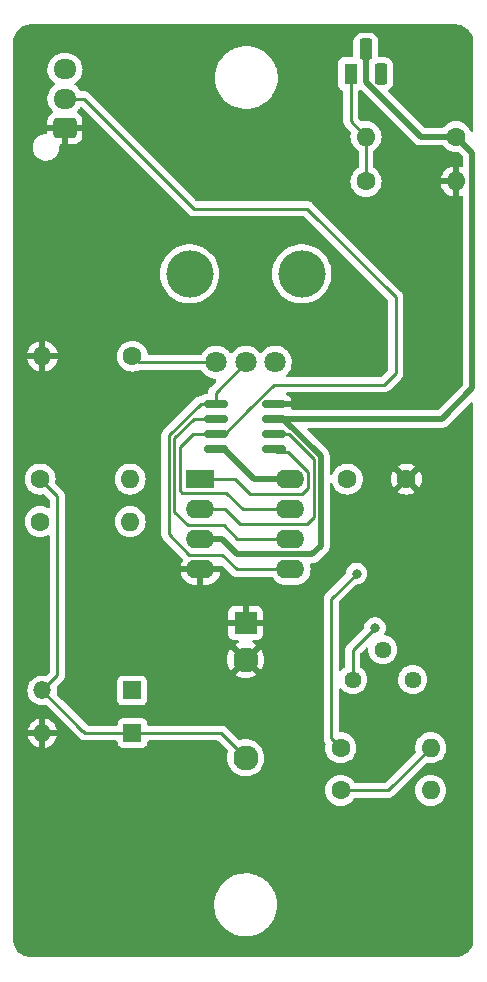
<source format=gbr>
%TF.GenerationSoftware,KiCad,Pcbnew,6.0.7*%
%TF.CreationDate,2023-06-08T16:58:43+12:00*%
%TF.ProjectId,_rotary_,5f726f74-6172-4795-9f2e-6b696361645f,v0_1_2*%
%TF.SameCoordinates,Original*%
%TF.FileFunction,Copper,L1,Top*%
%TF.FilePolarity,Positive*%
%FSLAX46Y46*%
G04 Gerber Fmt 4.6, Leading zero omitted, Abs format (unit mm)*
G04 Created by KiCad (PCBNEW 6.0.7) date 2023-06-08 16:58:43*
%MOMM*%
%LPD*%
G01*
G04 APERTURE LIST*
G04 Aperture macros list*
%AMRoundRect*
0 Rectangle with rounded corners*
0 $1 Rounding radius*
0 $2 $3 $4 $5 $6 $7 $8 $9 X,Y pos of 4 corners*
0 Add a 4 corners polygon primitive as box body*
4,1,4,$2,$3,$4,$5,$6,$7,$8,$9,$2,$3,0*
0 Add four circle primitives for the rounded corners*
1,1,$1+$1,$2,$3*
1,1,$1+$1,$4,$5*
1,1,$1+$1,$6,$7*
1,1,$1+$1,$8,$9*
0 Add four rect primitives between the rounded corners*
20,1,$1+$1,$2,$3,$4,$5,0*
20,1,$1+$1,$4,$5,$6,$7,0*
20,1,$1+$1,$6,$7,$8,$9,0*
20,1,$1+$1,$8,$9,$2,$3,0*%
G04 Aperture macros list end*
%TA.AperFunction,ComponentPad*%
%ADD10R,1.930000X1.830000*%
%TD*%
%TA.AperFunction,ComponentPad*%
%ADD11C,2.130000*%
%TD*%
%TA.AperFunction,ComponentPad*%
%ADD12C,1.600000*%
%TD*%
%TA.AperFunction,ComponentPad*%
%ADD13O,1.600000X1.600000*%
%TD*%
%TA.AperFunction,ComponentPad*%
%ADD14R,2.400000X1.600000*%
%TD*%
%TA.AperFunction,SMDPad,CuDef*%
%ADD15RoundRect,0.150000X0.825000X0.150000X-0.825000X0.150000X-0.825000X-0.150000X0.825000X-0.150000X0*%
%TD*%
%TA.AperFunction,ComponentPad*%
%ADD16O,2.400000X1.600000*%
%TD*%
%TA.AperFunction,ComponentPad*%
%ADD17R,1.100000X1.800000*%
%TD*%
%TA.AperFunction,ComponentPad*%
%ADD18RoundRect,0.275000X-0.275000X-0.625000X0.275000X-0.625000X0.275000X0.625000X-0.275000X0.625000X0*%
%TD*%
%TA.AperFunction,ComponentPad*%
%ADD19C,1.440000*%
%TD*%
%TA.AperFunction,WasherPad*%
%ADD20C,4.000000*%
%TD*%
%TA.AperFunction,ComponentPad*%
%ADD21C,1.800000*%
%TD*%
%TA.AperFunction,ComponentPad*%
%ADD22R,1.500000X1.500000*%
%TD*%
%TA.AperFunction,ComponentPad*%
%ADD23O,1.500000X1.500000*%
%TD*%
%TA.AperFunction,ComponentPad*%
%ADD24RoundRect,0.250000X0.725000X-0.600000X0.725000X0.600000X-0.725000X0.600000X-0.725000X-0.600000X0*%
%TD*%
%TA.AperFunction,ComponentPad*%
%ADD25O,1.950000X1.700000*%
%TD*%
%TA.AperFunction,ViaPad*%
%ADD26C,0.800000*%
%TD*%
%TA.AperFunction,Conductor*%
%ADD27C,0.500000*%
%TD*%
%TA.AperFunction,Conductor*%
%ADD28C,0.250000*%
%TD*%
G04 APERTURE END LIST*
D10*
%TO.P,J1,S*%
%TO.N,GND*%
X100000000Y-111200000D03*
D11*
%TO.P,J1,T*%
%TO.N,Net-(D1-Pad2)*%
X100000000Y-122600000D03*
%TO.P,J1,TN*%
%TO.N,GND*%
X100000000Y-114300000D03*
%TD*%
D12*
%TO.P,C1,1*%
%TO.N,GND*%
X113600000Y-99000000D03*
%TO.P,C1,2*%
%TO.N,+5V*%
X108600000Y-99000000D03*
%TD*%
%TO.P,R3,1*%
%TO.N,Net-(R2-Pad2)*%
X108050000Y-121750000D03*
D13*
%TO.P,R3,2*%
%TO.N,Net-(R3-Pad2)*%
X115670000Y-121750000D03*
%TD*%
D14*
%TO.P,U1,1*%
%TO.N,Net-(R2-Pad2)*%
X96175000Y-99025000D03*
D15*
X102400000Y-96430000D03*
%TO.P,U1,2,-*%
%TO.N,Net-(R1-Pad2)*%
X102400000Y-95160000D03*
D16*
X96175000Y-101565000D03*
D15*
%TO.P,U1,3,+*%
%TO.N,+2.5V*%
X102400000Y-93890000D03*
D16*
X96175000Y-104105000D03*
%TO.P,U1,4,V-*%
%TO.N,GND*%
X96175000Y-106645000D03*
D15*
X102400000Y-92620000D03*
D16*
%TO.P,U1,5,+*%
%TO.N,Net-(RV1-Pad2)*%
X103795000Y-106645000D03*
D15*
X97450000Y-92620000D03*
%TO.P,U1,6,-*%
%TO.N,Net-(R3-Pad2)*%
X97450000Y-93890000D03*
D16*
X103795000Y-104105000D03*
%TO.P,U1,7*%
%TO.N,Net-(J2-Pad2)*%
X103795000Y-101565000D03*
D15*
X97450000Y-95160000D03*
%TO.P,U1,8,V+*%
%TO.N,+5V*%
X97450000Y-96430000D03*
D16*
X103795000Y-99025000D03*
%TD*%
D12*
%TO.P,R1,1*%
%TO.N,Net-(D1-Pad2)*%
X82600000Y-99000000D03*
D13*
%TO.P,R1,2*%
%TO.N,Net-(R1-Pad2)*%
X90220000Y-99000000D03*
%TD*%
D17*
%TO.P,U2,1,ADJ*%
%TO.N,Net-(R6-Pad2)*%
X108900000Y-64700000D03*
D18*
%TO.P,U2,2,VO*%
%TO.N,+2.5V*%
X110170000Y-62630000D03*
%TO.P,U2,3,VI*%
%TO.N,+5V*%
X111440000Y-64700000D03*
%TD*%
D12*
%TO.P,R5,1*%
%TO.N,Net-(R5-Pad1)*%
X90410000Y-88600000D03*
D13*
%TO.P,R5,2*%
%TO.N,GND*%
X82790000Y-88600000D03*
%TD*%
D19*
%TO.P,RV2,1,1*%
%TO.N,unconnected-(RV2-Pad1)*%
X114150000Y-115975000D03*
%TO.P,RV2,2,2*%
%TO.N,Net-(R4-Pad2)*%
X111610000Y-113435000D03*
%TO.P,RV2,3,3*%
%TO.N,Net-(J2-Pad2)*%
X109070000Y-115975000D03*
%TD*%
D12*
%TO.P,R6,1*%
%TO.N,+2.5V*%
X117810000Y-70000000D03*
D13*
%TO.P,R6,2*%
%TO.N,Net-(R6-Pad2)*%
X110190000Y-70000000D03*
%TD*%
D20*
%TO.P,RV1,*%
%TO.N,*%
X95250000Y-81625000D03*
X104750000Y-81625000D03*
D21*
%TO.P,RV1,1,1*%
%TO.N,+5V*%
X102500000Y-89125000D03*
%TO.P,RV1,2,2*%
%TO.N,Net-(RV1-Pad2)*%
X100000000Y-89125000D03*
%TO.P,RV1,3,3*%
%TO.N,Net-(R5-Pad1)*%
X97500000Y-89125000D03*
%TD*%
D12*
%TO.P,R4,1*%
%TO.N,Net-(R3-Pad2)*%
X108050000Y-125350000D03*
D13*
%TO.P,R4,2*%
%TO.N,Net-(R4-Pad2)*%
X115670000Y-125350000D03*
%TD*%
D22*
%TO.P,D2,1,K*%
%TO.N,Net-(D1-Pad2)*%
X90415000Y-120500000D03*
D23*
%TO.P,D2,2,A*%
%TO.N,GND*%
X82795000Y-120500000D03*
%TD*%
D22*
%TO.P,D1,1,K*%
%TO.N,+5V*%
X90400000Y-116900000D03*
D23*
%TO.P,D1,2,A*%
%TO.N,Net-(D1-Pad2)*%
X82780000Y-116900000D03*
%TD*%
D12*
%TO.P,R2,1*%
%TO.N,Net-(R1-Pad2)*%
X82600000Y-102600000D03*
D13*
%TO.P,R2,2*%
%TO.N,Net-(R2-Pad2)*%
X90220000Y-102600000D03*
%TD*%
D12*
%TO.P,R7,1*%
%TO.N,Net-(R6-Pad2)*%
X110190000Y-73800000D03*
D13*
%TO.P,R7,2*%
%TO.N,GND*%
X117810000Y-73800000D03*
%TD*%
D24*
%TO.P,J2,1,Pin_1*%
%TO.N,GND*%
X84700000Y-69300000D03*
D25*
%TO.P,J2,2,Pin_2*%
%TO.N,Net-(J2-Pad2)*%
X84700000Y-66800000D03*
%TO.P,J2,3,Pin_3*%
%TO.N,+5V*%
X84700000Y-64300000D03*
%TD*%
D26*
%TO.N,Net-(R2-Pad2)*%
X109390000Y-107000000D03*
%TO.N,Net-(J2-Pad2)*%
X110950000Y-111600000D03*
%TD*%
D27*
%TO.N,+5V*%
X100725000Y-99025000D02*
X103795000Y-99025000D01*
X97450000Y-96430000D02*
X98130000Y-96430000D01*
X98130000Y-96430000D02*
X100725000Y-99025000D01*
D28*
%TO.N,Net-(D1-Pad2)*%
X82780000Y-116900000D02*
X86180000Y-120300000D01*
X84053601Y-100453601D02*
X84053601Y-115626399D01*
X82600000Y-99000000D02*
X84053601Y-100453601D01*
X86180000Y-120300000D02*
X86200000Y-120300000D01*
X97900000Y-120500000D02*
X100000000Y-122600000D01*
X90415000Y-120500000D02*
X97900000Y-120500000D01*
X86400000Y-120500000D02*
X90415000Y-120500000D01*
X86200000Y-120300000D02*
X86400000Y-120500000D01*
X84053601Y-115626399D02*
X82780000Y-116900000D01*
%TO.N,Net-(R1-Pad2)*%
X98265000Y-101565000D02*
X99500000Y-102800000D01*
X105200000Y-102800000D02*
X105770000Y-102230000D01*
X99500000Y-102800000D02*
X105200000Y-102800000D01*
X96175000Y-101565000D02*
X98265000Y-101565000D01*
X105770000Y-97270000D02*
X103660000Y-95160000D01*
X103660000Y-95160000D02*
X102400000Y-95160000D01*
X105770000Y-102230000D02*
X105770000Y-97270000D01*
%TO.N,Net-(R2-Pad2)*%
X100400000Y-100300000D02*
X104800000Y-100300000D01*
X108050000Y-121750000D02*
X107250001Y-120950001D01*
X107250001Y-120950001D02*
X107250001Y-109139999D01*
X104800000Y-100300000D02*
X105320000Y-99780000D01*
X99125000Y-99025000D02*
X100400000Y-100300000D01*
X102670000Y-96700000D02*
X102400000Y-96430000D01*
X103600000Y-96700000D02*
X102670000Y-96700000D01*
X96175000Y-99025000D02*
X99125000Y-99025000D01*
X105320000Y-99780000D02*
X105320000Y-98420000D01*
X105320000Y-98420000D02*
X103600000Y-96700000D01*
X107250001Y-109139999D02*
X109390000Y-107000000D01*
%TO.N,Net-(R3-Pad2)*%
X95610000Y-93890000D02*
X97450000Y-93890000D01*
X93950000Y-95550000D02*
X95610000Y-93890000D01*
X112070000Y-125350000D02*
X115670000Y-121750000D01*
X98131400Y-102931400D02*
X95131400Y-102931400D01*
X103795000Y-104105000D02*
X99305000Y-104105000D01*
X93950000Y-101750000D02*
X93950000Y-95550000D01*
X108050000Y-125350000D02*
X112070000Y-125350000D01*
X99305000Y-104105000D02*
X98131400Y-102931400D01*
X95131400Y-102931400D02*
X93950000Y-101750000D01*
%TO.N,Net-(R5-Pad1)*%
X97500000Y-89125000D02*
X90935000Y-89125000D01*
X90935000Y-89125000D02*
X90410000Y-88600000D01*
D27*
%TO.N,+2.5V*%
X106345000Y-104655000D02*
X106345000Y-97031828D01*
X117810000Y-70000000D02*
X114814695Y-70000000D01*
X119200000Y-91300000D02*
X119200000Y-71390000D01*
X110170000Y-65355305D02*
X110170000Y-63030000D01*
X99255000Y-105355000D02*
X105645000Y-105355000D01*
X102400000Y-93890000D02*
X116610000Y-93890000D01*
X116610000Y-93890000D02*
X119200000Y-91300000D01*
X98005000Y-104105000D02*
X99255000Y-105355000D01*
X105645000Y-105355000D02*
X106345000Y-104655000D01*
X119200000Y-71390000D02*
X117810000Y-70000000D01*
X96175000Y-104105000D02*
X98005000Y-104105000D01*
X106345000Y-97031828D02*
X103203172Y-93890000D01*
X114814695Y-70000000D02*
X110170000Y-65355305D01*
X103203172Y-93890000D02*
X102400000Y-93890000D01*
D28*
%TO.N,Net-(R6-Pad2)*%
X108900000Y-64300000D02*
X108900000Y-68710000D01*
X110190000Y-70000000D02*
X110190000Y-73800000D01*
X108900000Y-68710000D02*
X110190000Y-70000000D01*
%TO.N,Net-(RV1-Pad2)*%
X103795000Y-106645000D02*
X99245000Y-106645000D01*
X93500000Y-95300000D02*
X96180000Y-92620000D01*
X97450000Y-91675000D02*
X97450000Y-92620000D01*
X96180000Y-92620000D02*
X97450000Y-92620000D01*
X99245000Y-106645000D02*
X98000000Y-105400000D01*
X93500000Y-103678602D02*
X93500000Y-95300000D01*
X98000000Y-105400000D02*
X95221398Y-105400000D01*
X95221398Y-105400000D02*
X93500000Y-103678602D01*
X100000000Y-89125000D02*
X97450000Y-91675000D01*
%TO.N,Net-(J2-Pad2)*%
X98350000Y-100150000D02*
X94650000Y-100150000D01*
X103795000Y-101565000D02*
X99765000Y-101565000D01*
X84700000Y-66800000D02*
X86300000Y-66800000D01*
X95540000Y-95160000D02*
X97450000Y-95160000D01*
X98240000Y-95160000D02*
X100300000Y-93100000D01*
X99765000Y-101565000D02*
X98350000Y-100150000D01*
X94400000Y-99900000D02*
X94400000Y-96300000D01*
X109070000Y-113480000D02*
X109070000Y-115975000D01*
X94400000Y-96300000D02*
X95540000Y-95160000D01*
X112720000Y-83620000D02*
X105200000Y-76100000D01*
X102373249Y-91000000D02*
X111745000Y-91000000D01*
X110950000Y-111600000D02*
X109070000Y-113480000D01*
X86300000Y-66800000D02*
X95600000Y-76100000D01*
X97450000Y-95160000D02*
X98240000Y-95160000D01*
X100300000Y-93073249D02*
X102373249Y-91000000D01*
X95600000Y-76100000D02*
X105200000Y-76100000D01*
X111745000Y-91000000D02*
X112720000Y-90025000D01*
X100300000Y-93100000D02*
X100300000Y-93073249D01*
X112720000Y-90025000D02*
X112720000Y-83620000D01*
X94650000Y-100150000D02*
X94400000Y-99900000D01*
%TD*%
%TA.AperFunction,Conductor*%
%TO.N,GND*%
G36*
X117755808Y-60510000D02*
G01*
X117770641Y-60512310D01*
X117770645Y-60512310D01*
X117779514Y-60513691D01*
X117794770Y-60511696D01*
X117820092Y-60510953D01*
X117953758Y-60520512D01*
X117989061Y-60523037D01*
X118006855Y-60525595D01*
X118197192Y-60566999D01*
X118214442Y-60572064D01*
X118396941Y-60640132D01*
X118413294Y-60647600D01*
X118489870Y-60689413D01*
X118584258Y-60740952D01*
X118599372Y-60750666D01*
X118693533Y-60821153D01*
X118755305Y-60867395D01*
X118768891Y-60879167D01*
X118906623Y-61016898D01*
X118918396Y-61030484D01*
X119035128Y-61186418D01*
X119044848Y-61201543D01*
X119138195Y-61372495D01*
X119145663Y-61388847D01*
X119213736Y-61571356D01*
X119218799Y-61588602D01*
X119253903Y-61749966D01*
X119260203Y-61778927D01*
X119262761Y-61796719D01*
X119274090Y-61955107D01*
X119274335Y-61958539D01*
X119273574Y-61976833D01*
X119273476Y-61984854D01*
X119272095Y-61993724D01*
X119273259Y-62002626D01*
X119273259Y-62002628D01*
X119276222Y-62025283D01*
X119277286Y-62041621D01*
X119277286Y-69482081D01*
X119257284Y-69550202D01*
X119203628Y-69596695D01*
X119133354Y-69606799D01*
X119068774Y-69577305D01*
X119037091Y-69535331D01*
X118949849Y-69348238D01*
X118949846Y-69348233D01*
X118947523Y-69343251D01*
X118838654Y-69187770D01*
X118819357Y-69160211D01*
X118819355Y-69160208D01*
X118816198Y-69155700D01*
X118654300Y-68993802D01*
X118649792Y-68990645D01*
X118649789Y-68990643D01*
X118534493Y-68909912D01*
X118466749Y-68862477D01*
X118461767Y-68860154D01*
X118461762Y-68860151D01*
X118264225Y-68768039D01*
X118264224Y-68768039D01*
X118259243Y-68765716D01*
X118253935Y-68764294D01*
X118253933Y-68764293D01*
X118043402Y-68707881D01*
X118043400Y-68707881D01*
X118038087Y-68706457D01*
X117810000Y-68686502D01*
X117581913Y-68706457D01*
X117576600Y-68707881D01*
X117576598Y-68707881D01*
X117366067Y-68764293D01*
X117366065Y-68764294D01*
X117360757Y-68765716D01*
X117355776Y-68768039D01*
X117355775Y-68768039D01*
X117158238Y-68860151D01*
X117158233Y-68860154D01*
X117153251Y-68862477D01*
X117085507Y-68909912D01*
X116970211Y-68990643D01*
X116970208Y-68990645D01*
X116965700Y-68993802D01*
X116803802Y-69155700D01*
X116781345Y-69187771D01*
X116725890Y-69232099D01*
X116678133Y-69241500D01*
X115181066Y-69241500D01*
X115112945Y-69221498D01*
X115091971Y-69204595D01*
X112088224Y-66200848D01*
X112054198Y-66138536D01*
X112059263Y-66067721D01*
X112101810Y-66010885D01*
X112122476Y-65998315D01*
X112135151Y-65992188D01*
X112272524Y-65882524D01*
X112382188Y-65745151D01*
X112402826Y-65702460D01*
X112450973Y-65602861D01*
X112458691Y-65586895D01*
X112498233Y-65415623D01*
X112498500Y-65410992D01*
X112498500Y-63989008D01*
X112498233Y-63984377D01*
X112458691Y-63813105D01*
X112406645Y-63705442D01*
X112385255Y-63661193D01*
X112385254Y-63661191D01*
X112382188Y-63654849D01*
X112272524Y-63517476D01*
X112135151Y-63407812D01*
X112104298Y-63392897D01*
X111983237Y-63334375D01*
X111976895Y-63331309D01*
X111805623Y-63291767D01*
X111800992Y-63291500D01*
X111354500Y-63291500D01*
X111286379Y-63271498D01*
X111239886Y-63217842D01*
X111228500Y-63165500D01*
X111228500Y-61919008D01*
X111228233Y-61914377D01*
X111188691Y-61743105D01*
X111112188Y-61584849D01*
X111002524Y-61447476D01*
X110865151Y-61337812D01*
X110706895Y-61261309D01*
X110535623Y-61221767D01*
X110530992Y-61221500D01*
X109809008Y-61221500D01*
X109804377Y-61221767D01*
X109633105Y-61261309D01*
X109474849Y-61337812D01*
X109337476Y-61447476D01*
X109227812Y-61584849D01*
X109151309Y-61743105D01*
X109111767Y-61914377D01*
X109111500Y-61919008D01*
X109111500Y-63165500D01*
X109091498Y-63233621D01*
X109037842Y-63280114D01*
X108985500Y-63291500D01*
X108301866Y-63291500D01*
X108239684Y-63298255D01*
X108103295Y-63349385D01*
X107986739Y-63436739D01*
X107899385Y-63553295D01*
X107848255Y-63689684D01*
X107841500Y-63751866D01*
X107841500Y-65648134D01*
X107848255Y-65710316D01*
X107899385Y-65846705D01*
X107986739Y-65963261D01*
X108103295Y-66050615D01*
X108111703Y-66053767D01*
X108184730Y-66081144D01*
X108241494Y-66123786D01*
X108266194Y-66190348D01*
X108266500Y-66199126D01*
X108266500Y-68631233D01*
X108265973Y-68642416D01*
X108264298Y-68649909D01*
X108264547Y-68657835D01*
X108264547Y-68657836D01*
X108266438Y-68717986D01*
X108266500Y-68721945D01*
X108266500Y-68749856D01*
X108266997Y-68753790D01*
X108266997Y-68753791D01*
X108267005Y-68753856D01*
X108267938Y-68765693D01*
X108269327Y-68809889D01*
X108274978Y-68829339D01*
X108278987Y-68848700D01*
X108281526Y-68868797D01*
X108284445Y-68876168D01*
X108284445Y-68876170D01*
X108297804Y-68909912D01*
X108301649Y-68921142D01*
X108313982Y-68963593D01*
X108318015Y-68970412D01*
X108318017Y-68970417D01*
X108324293Y-68981028D01*
X108332988Y-68998776D01*
X108340448Y-69017617D01*
X108345110Y-69024033D01*
X108345110Y-69024034D01*
X108366436Y-69053387D01*
X108372952Y-69063307D01*
X108395458Y-69101362D01*
X108409779Y-69115683D01*
X108422619Y-69130716D01*
X108434528Y-69147107D01*
X108440634Y-69152158D01*
X108468605Y-69175298D01*
X108477384Y-69183288D01*
X108880848Y-69586752D01*
X108914874Y-69649064D01*
X108913459Y-69708459D01*
X108897882Y-69766591D01*
X108897881Y-69766598D01*
X108896457Y-69771913D01*
X108876502Y-70000000D01*
X108896457Y-70228087D01*
X108897881Y-70233400D01*
X108897881Y-70233402D01*
X108933615Y-70366760D01*
X108955716Y-70449243D01*
X108958039Y-70454224D01*
X108958039Y-70454225D01*
X109050151Y-70651762D01*
X109050154Y-70651767D01*
X109052477Y-70656749D01*
X109110724Y-70739934D01*
X109179697Y-70838437D01*
X109183802Y-70844300D01*
X109345700Y-71006198D01*
X109350208Y-71009355D01*
X109350211Y-71009357D01*
X109502771Y-71116181D01*
X109547099Y-71171638D01*
X109556500Y-71219394D01*
X109556500Y-72580606D01*
X109536498Y-72648727D01*
X109502771Y-72683819D01*
X109350211Y-72790643D01*
X109350208Y-72790645D01*
X109345700Y-72793802D01*
X109183802Y-72955700D01*
X109052477Y-73143251D01*
X109050154Y-73148233D01*
X109050151Y-73148238D01*
X109050034Y-73148489D01*
X108955716Y-73350757D01*
X108954294Y-73356065D01*
X108954293Y-73356067D01*
X108904972Y-73540135D01*
X108896457Y-73571913D01*
X108876502Y-73800000D01*
X108896457Y-74028087D01*
X108955716Y-74249243D01*
X108958039Y-74254224D01*
X108958039Y-74254225D01*
X109050151Y-74451762D01*
X109050154Y-74451767D01*
X109052477Y-74456749D01*
X109183802Y-74644300D01*
X109345700Y-74806198D01*
X109350208Y-74809355D01*
X109350211Y-74809357D01*
X109428389Y-74864098D01*
X109533251Y-74937523D01*
X109538233Y-74939846D01*
X109538238Y-74939849D01*
X109734765Y-75031490D01*
X109740757Y-75034284D01*
X109746065Y-75035706D01*
X109746067Y-75035707D01*
X109956598Y-75092119D01*
X109956600Y-75092119D01*
X109961913Y-75093543D01*
X110190000Y-75113498D01*
X110418087Y-75093543D01*
X110423400Y-75092119D01*
X110423402Y-75092119D01*
X110633933Y-75035707D01*
X110633935Y-75035706D01*
X110639243Y-75034284D01*
X110645235Y-75031490D01*
X110841762Y-74939849D01*
X110841767Y-74939846D01*
X110846749Y-74937523D01*
X110951611Y-74864098D01*
X111029789Y-74809357D01*
X111029792Y-74809355D01*
X111034300Y-74806198D01*
X111196198Y-74644300D01*
X111327523Y-74456749D01*
X111329846Y-74451767D01*
X111329849Y-74451762D01*
X111421961Y-74254225D01*
X111421961Y-74254224D01*
X111424284Y-74249243D01*
X111473244Y-74066522D01*
X116527273Y-74066522D01*
X116574764Y-74243761D01*
X116578510Y-74254053D01*
X116670586Y-74451511D01*
X116676069Y-74461007D01*
X116801028Y-74639467D01*
X116808084Y-74647875D01*
X116962125Y-74801916D01*
X116970533Y-74808972D01*
X117148993Y-74933931D01*
X117158489Y-74939414D01*
X117355947Y-75031490D01*
X117366239Y-75035236D01*
X117538503Y-75081394D01*
X117552599Y-75081058D01*
X117556000Y-75073116D01*
X117556000Y-74072115D01*
X117551525Y-74056876D01*
X117550135Y-74055671D01*
X117542452Y-74054000D01*
X116542033Y-74054000D01*
X116528502Y-74057973D01*
X116527273Y-74066522D01*
X111473244Y-74066522D01*
X111483543Y-74028087D01*
X111503498Y-73800000D01*
X111483543Y-73571913D01*
X111475028Y-73540135D01*
X111471911Y-73528503D01*
X116528606Y-73528503D01*
X116528942Y-73542599D01*
X116536884Y-73546000D01*
X117537885Y-73546000D01*
X117553124Y-73541525D01*
X117554329Y-73540135D01*
X117556000Y-73532452D01*
X117556000Y-72532033D01*
X117552027Y-72518502D01*
X117543478Y-72517273D01*
X117366239Y-72564764D01*
X117355947Y-72568510D01*
X117158489Y-72660586D01*
X117148993Y-72666069D01*
X116970533Y-72791028D01*
X116962125Y-72798084D01*
X116808084Y-72952125D01*
X116801028Y-72960533D01*
X116676069Y-73138993D01*
X116670586Y-73148489D01*
X116578510Y-73345947D01*
X116574764Y-73356239D01*
X116528606Y-73528503D01*
X111471911Y-73528503D01*
X111425707Y-73356067D01*
X111425706Y-73356065D01*
X111424284Y-73350757D01*
X111329966Y-73148489D01*
X111329849Y-73148238D01*
X111329846Y-73148233D01*
X111327523Y-73143251D01*
X111196198Y-72955700D01*
X111034300Y-72793802D01*
X111029792Y-72790645D01*
X111029789Y-72790643D01*
X110877229Y-72683819D01*
X110832901Y-72628362D01*
X110823500Y-72580606D01*
X110823500Y-71219394D01*
X110843502Y-71151273D01*
X110877229Y-71116181D01*
X111029789Y-71009357D01*
X111029792Y-71009355D01*
X111034300Y-71006198D01*
X111196198Y-70844300D01*
X111200304Y-70838437D01*
X111269276Y-70739934D01*
X111327523Y-70656749D01*
X111329846Y-70651767D01*
X111329849Y-70651762D01*
X111421961Y-70454225D01*
X111421961Y-70454224D01*
X111424284Y-70449243D01*
X111446386Y-70366760D01*
X111482119Y-70233402D01*
X111482119Y-70233400D01*
X111483543Y-70228087D01*
X111503498Y-70000000D01*
X111483543Y-69771913D01*
X111466584Y-69708621D01*
X111425707Y-69556067D01*
X111425706Y-69556065D01*
X111424284Y-69550757D01*
X111392260Y-69482081D01*
X111329849Y-69348238D01*
X111329846Y-69348233D01*
X111327523Y-69343251D01*
X111218654Y-69187770D01*
X111199357Y-69160211D01*
X111199355Y-69160208D01*
X111196198Y-69155700D01*
X111034300Y-68993802D01*
X111029792Y-68990645D01*
X111029789Y-68990643D01*
X110914493Y-68909912D01*
X110846749Y-68862477D01*
X110841767Y-68860154D01*
X110841762Y-68860151D01*
X110644225Y-68768039D01*
X110644224Y-68768039D01*
X110639243Y-68765716D01*
X110633935Y-68764294D01*
X110633933Y-68764293D01*
X110423402Y-68707881D01*
X110423400Y-68707881D01*
X110418087Y-68706457D01*
X110190000Y-68686502D01*
X109961913Y-68706457D01*
X109898458Y-68723460D01*
X109827482Y-68721770D01*
X109776753Y-68690848D01*
X109570405Y-68484500D01*
X109536379Y-68422188D01*
X109533500Y-68395405D01*
X109533500Y-66199126D01*
X109553502Y-66131005D01*
X109607158Y-66084512D01*
X109615269Y-66081145D01*
X109690511Y-66052937D01*
X109761318Y-66047753D01*
X109823837Y-66081823D01*
X114230925Y-70488911D01*
X114243311Y-70503323D01*
X114251844Y-70514918D01*
X114251849Y-70514923D01*
X114256187Y-70520818D01*
X114261765Y-70525557D01*
X114261768Y-70525560D01*
X114296463Y-70555035D01*
X114303979Y-70561965D01*
X114309675Y-70567661D01*
X114312536Y-70569924D01*
X114312541Y-70569929D01*
X114331961Y-70585293D01*
X114335362Y-70588082D01*
X114390980Y-70635333D01*
X114397493Y-70638659D01*
X114402532Y-70642020D01*
X114407674Y-70645196D01*
X114413411Y-70649734D01*
X114479570Y-70680655D01*
X114483464Y-70682558D01*
X114548503Y-70715769D01*
X114555612Y-70717508D01*
X114561246Y-70719604D01*
X114567016Y-70721523D01*
X114573645Y-70724622D01*
X114580808Y-70726112D01*
X114580811Y-70726113D01*
X114631525Y-70736661D01*
X114645130Y-70739491D01*
X114649396Y-70740457D01*
X114720305Y-70757808D01*
X114725907Y-70758156D01*
X114725910Y-70758156D01*
X114731459Y-70758500D01*
X114731457Y-70758535D01*
X114735429Y-70758775D01*
X114739650Y-70759152D01*
X114746810Y-70760641D01*
X114824237Y-70758546D01*
X114827645Y-70758500D01*
X116678133Y-70758500D01*
X116746254Y-70778502D01*
X116781345Y-70812228D01*
X116803802Y-70844300D01*
X116965700Y-71006198D01*
X116970208Y-71009355D01*
X116970211Y-71009357D01*
X117048389Y-71064098D01*
X117153251Y-71137523D01*
X117158233Y-71139846D01*
X117158238Y-71139849D01*
X117328825Y-71219394D01*
X117360757Y-71234284D01*
X117366065Y-71235706D01*
X117366067Y-71235707D01*
X117576598Y-71292119D01*
X117576600Y-71292119D01*
X117581913Y-71293543D01*
X117810000Y-71313498D01*
X117815475Y-71313019D01*
X117972913Y-71299245D01*
X118042518Y-71313234D01*
X118072990Y-71335671D01*
X118404595Y-71667276D01*
X118438621Y-71729588D01*
X118441500Y-71756371D01*
X118441500Y-72453474D01*
X118421498Y-72521595D01*
X118367842Y-72568088D01*
X118297568Y-72578192D01*
X118269438Y-72569812D01*
X118269226Y-72570393D01*
X118253761Y-72564764D01*
X118081497Y-72518606D01*
X118067401Y-72518942D01*
X118064000Y-72526884D01*
X118064000Y-75067967D01*
X118067973Y-75081498D01*
X118076522Y-75082727D01*
X118253761Y-75035236D01*
X118269226Y-75029607D01*
X118269799Y-75031182D01*
X118332454Y-75021672D01*
X118397264Y-75050658D01*
X118436114Y-75110082D01*
X118441500Y-75146526D01*
X118441500Y-90933629D01*
X118421498Y-91001750D01*
X118404595Y-91022724D01*
X116332724Y-93094595D01*
X116270412Y-93128621D01*
X116243629Y-93131500D01*
X103972998Y-93131500D01*
X103904877Y-93111498D01*
X103858384Y-93057842D01*
X103848280Y-92987568D01*
X103852001Y-92970346D01*
X103874939Y-92891395D01*
X103874899Y-92877294D01*
X103867630Y-92874000D01*
X102272000Y-92874000D01*
X102203879Y-92853998D01*
X102157386Y-92800342D01*
X102146000Y-92748000D01*
X102146000Y-92492000D01*
X102166002Y-92423879D01*
X102219658Y-92377386D01*
X102272000Y-92366000D01*
X103861878Y-92366000D01*
X103875409Y-92362027D01*
X103876544Y-92354129D01*
X103835893Y-92214210D01*
X103829648Y-92199779D01*
X103753089Y-92070322D01*
X103743449Y-92057896D01*
X103637104Y-91951551D01*
X103624678Y-91941911D01*
X103499621Y-91867954D01*
X103451169Y-91816061D01*
X103438463Y-91746211D01*
X103465538Y-91680580D01*
X103523798Y-91640005D01*
X103563760Y-91633500D01*
X111666233Y-91633500D01*
X111677416Y-91634027D01*
X111684909Y-91635702D01*
X111692835Y-91635453D01*
X111692836Y-91635453D01*
X111752986Y-91633562D01*
X111756945Y-91633500D01*
X111784856Y-91633500D01*
X111788791Y-91633003D01*
X111788856Y-91632995D01*
X111800693Y-91632062D01*
X111832951Y-91631048D01*
X111836970Y-91630922D01*
X111844889Y-91630673D01*
X111864343Y-91625021D01*
X111883700Y-91621013D01*
X111895930Y-91619468D01*
X111895931Y-91619468D01*
X111903797Y-91618474D01*
X111911168Y-91615555D01*
X111911170Y-91615555D01*
X111944912Y-91602196D01*
X111956142Y-91598351D01*
X111990983Y-91588229D01*
X111990984Y-91588229D01*
X111998593Y-91586018D01*
X112005412Y-91581985D01*
X112005417Y-91581983D01*
X112016028Y-91575707D01*
X112033776Y-91567012D01*
X112052617Y-91559552D01*
X112062814Y-91552144D01*
X112088387Y-91533564D01*
X112098307Y-91527048D01*
X112129535Y-91508580D01*
X112129538Y-91508578D01*
X112136362Y-91504542D01*
X112150683Y-91490221D01*
X112165717Y-91477380D01*
X112175694Y-91470131D01*
X112182107Y-91465472D01*
X112210298Y-91431395D01*
X112218288Y-91422616D01*
X113112247Y-90528657D01*
X113120537Y-90521113D01*
X113127018Y-90517000D01*
X113135994Y-90507442D01*
X113173658Y-90467333D01*
X113176413Y-90464491D01*
X113196134Y-90444770D01*
X113198612Y-90441575D01*
X113206318Y-90432553D01*
X113231158Y-90406101D01*
X113236586Y-90400321D01*
X113246346Y-90382568D01*
X113257199Y-90366045D01*
X113264753Y-90356306D01*
X113269613Y-90350041D01*
X113287176Y-90309457D01*
X113292383Y-90298827D01*
X113313695Y-90260060D01*
X113315666Y-90252383D01*
X113315668Y-90252378D01*
X113318732Y-90240442D01*
X113325138Y-90221730D01*
X113330033Y-90210419D01*
X113333181Y-90203145D01*
X113334421Y-90195317D01*
X113334423Y-90195310D01*
X113340099Y-90159476D01*
X113342505Y-90147856D01*
X113351528Y-90112711D01*
X113351528Y-90112710D01*
X113353500Y-90105030D01*
X113353500Y-90084776D01*
X113355051Y-90065065D01*
X113356980Y-90052886D01*
X113358220Y-90045057D01*
X113354059Y-90001038D01*
X113353500Y-89989181D01*
X113353500Y-83698767D01*
X113354027Y-83687584D01*
X113355702Y-83680091D01*
X113353562Y-83612014D01*
X113353500Y-83608055D01*
X113353500Y-83580144D01*
X113352995Y-83576144D01*
X113352062Y-83564301D01*
X113350922Y-83528030D01*
X113350673Y-83520111D01*
X113345021Y-83500657D01*
X113341013Y-83481300D01*
X113339468Y-83469070D01*
X113339468Y-83469069D01*
X113338474Y-83461203D01*
X113335555Y-83453830D01*
X113322196Y-83420088D01*
X113318351Y-83408858D01*
X113308229Y-83374017D01*
X113308229Y-83374016D01*
X113306018Y-83366407D01*
X113301985Y-83359588D01*
X113301983Y-83359583D01*
X113295707Y-83348972D01*
X113287012Y-83331224D01*
X113279552Y-83312383D01*
X113253564Y-83276613D01*
X113247048Y-83266693D01*
X113228580Y-83235465D01*
X113228578Y-83235462D01*
X113224542Y-83228638D01*
X113210221Y-83214317D01*
X113197380Y-83199283D01*
X113190131Y-83189306D01*
X113185472Y-83182893D01*
X113151395Y-83154702D01*
X113142616Y-83146712D01*
X105703652Y-75707747D01*
X105696112Y-75699461D01*
X105692000Y-75692982D01*
X105642348Y-75646356D01*
X105639507Y-75643602D01*
X105619770Y-75623865D01*
X105616573Y-75621385D01*
X105607551Y-75613680D01*
X105581100Y-75588841D01*
X105575321Y-75583414D01*
X105568375Y-75579595D01*
X105568372Y-75579593D01*
X105557566Y-75573652D01*
X105541047Y-75562801D01*
X105540583Y-75562441D01*
X105525041Y-75550386D01*
X105517772Y-75547241D01*
X105517768Y-75547238D01*
X105484463Y-75532826D01*
X105473813Y-75527609D01*
X105435060Y-75506305D01*
X105415437Y-75501267D01*
X105396734Y-75494863D01*
X105385420Y-75489967D01*
X105385419Y-75489967D01*
X105378145Y-75486819D01*
X105370322Y-75485580D01*
X105370312Y-75485577D01*
X105334476Y-75479901D01*
X105322856Y-75477495D01*
X105287711Y-75468472D01*
X105287710Y-75468472D01*
X105280030Y-75466500D01*
X105259776Y-75466500D01*
X105240065Y-75464949D01*
X105227886Y-75463020D01*
X105220057Y-75461780D01*
X105212165Y-75462526D01*
X105176039Y-75465941D01*
X105164181Y-75466500D01*
X95914594Y-75466500D01*
X95846473Y-75446498D01*
X95825499Y-75429595D01*
X86803652Y-66407747D01*
X86796112Y-66399461D01*
X86792000Y-66392982D01*
X86742348Y-66346356D01*
X86739507Y-66343602D01*
X86719770Y-66323865D01*
X86716573Y-66321385D01*
X86707551Y-66313680D01*
X86681100Y-66288841D01*
X86675321Y-66283414D01*
X86668375Y-66279595D01*
X86668372Y-66279593D01*
X86657566Y-66273652D01*
X86641047Y-66262801D01*
X86640583Y-66262441D01*
X86625041Y-66250386D01*
X86617772Y-66247241D01*
X86617768Y-66247238D01*
X86584463Y-66232826D01*
X86573813Y-66227609D01*
X86535060Y-66206305D01*
X86515437Y-66201267D01*
X86496734Y-66194863D01*
X86485420Y-66189967D01*
X86485419Y-66189967D01*
X86478145Y-66186819D01*
X86470322Y-66185580D01*
X86470312Y-66185577D01*
X86434476Y-66179901D01*
X86422856Y-66177495D01*
X86387711Y-66168472D01*
X86387710Y-66168472D01*
X86380030Y-66166500D01*
X86359776Y-66166500D01*
X86340065Y-66164949D01*
X86327886Y-66163020D01*
X86320057Y-66161780D01*
X86312165Y-66162526D01*
X86276039Y-66165941D01*
X86264181Y-66166500D01*
X86100596Y-66166500D01*
X86032475Y-66146498D01*
X85992877Y-66105866D01*
X85990377Y-66101745D01*
X85926623Y-65996683D01*
X85839755Y-65896576D01*
X85779023Y-65826588D01*
X85779021Y-65826586D01*
X85775523Y-65822555D01*
X85681122Y-65745151D01*
X85601373Y-65679760D01*
X85601367Y-65679756D01*
X85597245Y-65676376D01*
X85565750Y-65658448D01*
X85516445Y-65607368D01*
X85502583Y-65537738D01*
X85528566Y-65471667D01*
X85557716Y-65444427D01*
X85672930Y-65366860D01*
X85679319Y-65362559D01*
X85846135Y-65203424D01*
X85962901Y-65046485D01*
X97386854Y-65046485D01*
X97387156Y-65050320D01*
X97405108Y-65278417D01*
X97412370Y-65370695D01*
X97477206Y-65689378D01*
X97580398Y-65997784D01*
X97582052Y-66001253D01*
X97582053Y-66001254D01*
X97620159Y-66081145D01*
X97720405Y-66291316D01*
X97722467Y-66294553D01*
X97722470Y-66294558D01*
X97755470Y-66346357D01*
X97895141Y-66565597D01*
X97897584Y-66568560D01*
X97897585Y-66568562D01*
X98047308Y-66750190D01*
X98102001Y-66816538D01*
X98337902Y-67040399D01*
X98599326Y-67233843D01*
X98740851Y-67313914D01*
X98879019Y-67392086D01*
X98879023Y-67392088D01*
X98882376Y-67393985D01*
X98885937Y-67395460D01*
X98885939Y-67395461D01*
X98911916Y-67406221D01*
X99182832Y-67518438D01*
X99267790Y-67541999D01*
X99492500Y-67604317D01*
X99492508Y-67604319D01*
X99496216Y-67605347D01*
X99817856Y-67653416D01*
X99821154Y-67653560D01*
X99932918Y-67658440D01*
X99932922Y-67658440D01*
X99934294Y-67658500D01*
X100132598Y-67658500D01*
X100374605Y-67643698D01*
X100378388Y-67642997D01*
X100378395Y-67642996D01*
X100578459Y-67605916D01*
X100694372Y-67584433D01*
X100903682Y-67518438D01*
X101000860Y-67487798D01*
X101000863Y-67487797D01*
X101004532Y-67486640D01*
X101008029Y-67485046D01*
X101008035Y-67485044D01*
X101296954Y-67353376D01*
X101296958Y-67353374D01*
X101300462Y-67351777D01*
X101553440Y-67196752D01*
X101574473Y-67183863D01*
X101574476Y-67183861D01*
X101577751Y-67181854D01*
X101580755Y-67179464D01*
X101580760Y-67179461D01*
X101705007Y-67080630D01*
X101832264Y-66979405D01*
X101834958Y-66976664D01*
X101834962Y-66976660D01*
X102057513Y-66750190D01*
X102057517Y-66750185D01*
X102060208Y-66747447D01*
X102202236Y-66562353D01*
X102255835Y-66492502D01*
X102255837Y-66492498D01*
X102258185Y-66489439D01*
X102423242Y-66209227D01*
X102552920Y-65910988D01*
X102561352Y-65882524D01*
X102622415Y-65676376D01*
X102645285Y-65599169D01*
X102698961Y-65278417D01*
X102713146Y-64953515D01*
X102700388Y-64791410D01*
X102687932Y-64633140D01*
X102687932Y-64633137D01*
X102687630Y-64629305D01*
X102622794Y-64310622D01*
X102519602Y-64002216D01*
X102508615Y-63979180D01*
X102381249Y-63712152D01*
X102379595Y-63708684D01*
X102372496Y-63697540D01*
X102255495Y-63513886D01*
X102204859Y-63434403D01*
X102180411Y-63404745D01*
X102000442Y-63186425D01*
X102000438Y-63186420D01*
X101997999Y-63183462D01*
X101762098Y-62959601D01*
X101500674Y-62766157D01*
X101295781Y-62650234D01*
X101220981Y-62607914D01*
X101220977Y-62607912D01*
X101217624Y-62606015D01*
X100917168Y-62481562D01*
X100813712Y-62452871D01*
X100607500Y-62395683D01*
X100607492Y-62395681D01*
X100603784Y-62394653D01*
X100282144Y-62346584D01*
X100278846Y-62346440D01*
X100167082Y-62341560D01*
X100167078Y-62341560D01*
X100165706Y-62341500D01*
X99967402Y-62341500D01*
X99725395Y-62356302D01*
X99721612Y-62357003D01*
X99721605Y-62357004D01*
X99565511Y-62385935D01*
X99405628Y-62415567D01*
X99221058Y-62473762D01*
X99099140Y-62512202D01*
X99099137Y-62512203D01*
X99095468Y-62513360D01*
X99091971Y-62514954D01*
X99091965Y-62514956D01*
X98803046Y-62646624D01*
X98803042Y-62646626D01*
X98799538Y-62648223D01*
X98522249Y-62818146D01*
X98519245Y-62820536D01*
X98519240Y-62820539D01*
X98394992Y-62919371D01*
X98267736Y-63020595D01*
X98265042Y-63023336D01*
X98265038Y-63023340D01*
X98042487Y-63249810D01*
X98042483Y-63249815D01*
X98039792Y-63252553D01*
X97841815Y-63510561D01*
X97676758Y-63790773D01*
X97547080Y-64089012D01*
X97545986Y-64092706D01*
X97545984Y-64092711D01*
X97505727Y-64228617D01*
X97454715Y-64400831D01*
X97401039Y-64721583D01*
X97386854Y-65046485D01*
X85962901Y-65046485D01*
X85983754Y-65018458D01*
X86018723Y-64949680D01*
X86085822Y-64817704D01*
X86088240Y-64812949D01*
X86124321Y-64696752D01*
X86155024Y-64597871D01*
X86156607Y-64592773D01*
X86157308Y-64587484D01*
X86186198Y-64369511D01*
X86186198Y-64369506D01*
X86186898Y-64364226D01*
X86178249Y-64133842D01*
X86130907Y-63908209D01*
X86096058Y-63819966D01*
X86048185Y-63698744D01*
X86048184Y-63698742D01*
X86046224Y-63693779D01*
X86039250Y-63682285D01*
X85942580Y-63522979D01*
X85926623Y-63496683D01*
X85880837Y-63443919D01*
X85779023Y-63326588D01*
X85779021Y-63326586D01*
X85775523Y-63322555D01*
X85693873Y-63255606D01*
X85601373Y-63179760D01*
X85601367Y-63179756D01*
X85597245Y-63176376D01*
X85592609Y-63173737D01*
X85592606Y-63173735D01*
X85401529Y-63064968D01*
X85396886Y-63062325D01*
X85180175Y-62983663D01*
X85174926Y-62982714D01*
X85174923Y-62982713D01*
X84957392Y-62943377D01*
X84957385Y-62943376D01*
X84953308Y-62942639D01*
X84935586Y-62941803D01*
X84930644Y-62941570D01*
X84930637Y-62941570D01*
X84929156Y-62941500D01*
X84517110Y-62941500D01*
X84450191Y-62947178D01*
X84350591Y-62955629D01*
X84350587Y-62955630D01*
X84345280Y-62956080D01*
X84340125Y-62957418D01*
X84340119Y-62957419D01*
X84127297Y-63012657D01*
X84127293Y-63012658D01*
X84122128Y-63013999D01*
X84117262Y-63016191D01*
X84117259Y-63016192D01*
X84008980Y-63064968D01*
X83911925Y-63108688D01*
X83720681Y-63237441D01*
X83716824Y-63241120D01*
X83716822Y-63241122D01*
X83701639Y-63255606D01*
X83553865Y-63396576D01*
X83416246Y-63581542D01*
X83311760Y-63787051D01*
X83310178Y-63792145D01*
X83310177Y-63792148D01*
X83252102Y-63979180D01*
X83243393Y-64007227D01*
X83242692Y-64012516D01*
X83227304Y-64128623D01*
X83213102Y-64235774D01*
X83221751Y-64466158D01*
X83269093Y-64691791D01*
X83353776Y-64906221D01*
X83356543Y-64910780D01*
X83356544Y-64910783D01*
X83382475Y-64953515D01*
X83473377Y-65103317D01*
X83476874Y-65107347D01*
X83563438Y-65207103D01*
X83624477Y-65277445D01*
X83628608Y-65280832D01*
X83798627Y-65420240D01*
X83798633Y-65420244D01*
X83802755Y-65423624D01*
X83834250Y-65441552D01*
X83883555Y-65492632D01*
X83897417Y-65562262D01*
X83871434Y-65628333D01*
X83842284Y-65655573D01*
X83720681Y-65737441D01*
X83553865Y-65896576D01*
X83416246Y-66081542D01*
X83413830Y-66086293D01*
X83413828Y-66086297D01*
X83373840Y-66164949D01*
X83311760Y-66287051D01*
X83310178Y-66292145D01*
X83310177Y-66292148D01*
X83249949Y-66486114D01*
X83243393Y-66507227D01*
X83213102Y-66735774D01*
X83213302Y-66741103D01*
X83213302Y-66741105D01*
X83213540Y-66747447D01*
X83221751Y-66966158D01*
X83222846Y-66971377D01*
X83224530Y-66979405D01*
X83269093Y-67191791D01*
X83271051Y-67196750D01*
X83271052Y-67196752D01*
X83349527Y-67395461D01*
X83353776Y-67406221D01*
X83356543Y-67410780D01*
X83356544Y-67410783D01*
X83403278Y-67487798D01*
X83473377Y-67603317D01*
X83476874Y-67607347D01*
X83563438Y-67707103D01*
X83624477Y-67777445D01*
X83628608Y-67780832D01*
X83660529Y-67807006D01*
X83700524Y-67865666D01*
X83702455Y-67936636D01*
X83665710Y-67997384D01*
X83646941Y-68011584D01*
X83507193Y-68098063D01*
X83495792Y-68107099D01*
X83381261Y-68221829D01*
X83372249Y-68233240D01*
X83287184Y-68371243D01*
X83281037Y-68384424D01*
X83229862Y-68538710D01*
X83226995Y-68552086D01*
X83217328Y-68646438D01*
X83217000Y-68652855D01*
X83217000Y-69027885D01*
X83221475Y-69043124D01*
X83222865Y-69044329D01*
X83230548Y-69046000D01*
X86164884Y-69046000D01*
X86180123Y-69041525D01*
X86181328Y-69040135D01*
X86182999Y-69032452D01*
X86182999Y-68652905D01*
X86182662Y-68646386D01*
X86172743Y-68550794D01*
X86169851Y-68537400D01*
X86118412Y-68383216D01*
X86112239Y-68370038D01*
X86026937Y-68232193D01*
X86017901Y-68220792D01*
X85903171Y-68106261D01*
X85891757Y-68097247D01*
X85752287Y-68011277D01*
X85704793Y-67958505D01*
X85693369Y-67888434D01*
X85721643Y-67823310D01*
X85731430Y-67812847D01*
X85764991Y-67780832D01*
X85846135Y-67703424D01*
X85849318Y-67699146D01*
X85955911Y-67555881D01*
X86012622Y-67513168D01*
X86083422Y-67507896D01*
X86146095Y-67541999D01*
X90622208Y-72018113D01*
X95096348Y-76492253D01*
X95103888Y-76500539D01*
X95108000Y-76507018D01*
X95113777Y-76512443D01*
X95157651Y-76553643D01*
X95160493Y-76556398D01*
X95180230Y-76576135D01*
X95183427Y-76578615D01*
X95192447Y-76586318D01*
X95224679Y-76616586D01*
X95231625Y-76620405D01*
X95231628Y-76620407D01*
X95242434Y-76626348D01*
X95258953Y-76637199D01*
X95274959Y-76649614D01*
X95282228Y-76652759D01*
X95282232Y-76652762D01*
X95315537Y-76667174D01*
X95326187Y-76672391D01*
X95364940Y-76693695D01*
X95372615Y-76695666D01*
X95372616Y-76695666D01*
X95384562Y-76698733D01*
X95403267Y-76705137D01*
X95421855Y-76713181D01*
X95429678Y-76714420D01*
X95429688Y-76714423D01*
X95465524Y-76720099D01*
X95477144Y-76722505D01*
X95512289Y-76731528D01*
X95519970Y-76733500D01*
X95540224Y-76733500D01*
X95559934Y-76735051D01*
X95579943Y-76738220D01*
X95587835Y-76737474D01*
X95623961Y-76734059D01*
X95635819Y-76733500D01*
X104885406Y-76733500D01*
X104953527Y-76753502D01*
X104974501Y-76770405D01*
X112049595Y-83845500D01*
X112083621Y-83907812D01*
X112086500Y-83934595D01*
X112086500Y-89710405D01*
X112066498Y-89778526D01*
X112049595Y-89799500D01*
X111519500Y-90329595D01*
X111457188Y-90363621D01*
X111430405Y-90366500D01*
X103554614Y-90366500D01*
X103486493Y-90346498D01*
X103440000Y-90292842D01*
X103429896Y-90222568D01*
X103459390Y-90157988D01*
X103465674Y-90151249D01*
X103486117Y-90130877D01*
X103576303Y-90041005D01*
X103711458Y-89852917D01*
X103720197Y-89835236D01*
X103811784Y-89649922D01*
X103811785Y-89649920D01*
X103814078Y-89645280D01*
X103881408Y-89423671D01*
X103911640Y-89194041D01*
X103913327Y-89125000D01*
X103906648Y-89043761D01*
X103894773Y-88899318D01*
X103894772Y-88899312D01*
X103894349Y-88894167D01*
X103837925Y-88669533D01*
X103760514Y-88491500D01*
X103747630Y-88461868D01*
X103747628Y-88461865D01*
X103745570Y-88457131D01*
X103619764Y-88262665D01*
X103463887Y-88091358D01*
X103459836Y-88088159D01*
X103459832Y-88088155D01*
X103286177Y-87951011D01*
X103286172Y-87951008D01*
X103282123Y-87947810D01*
X103277607Y-87945317D01*
X103277604Y-87945315D01*
X103083879Y-87838373D01*
X103083875Y-87838371D01*
X103079355Y-87835876D01*
X103074486Y-87834152D01*
X103074482Y-87834150D01*
X102865903Y-87760288D01*
X102865899Y-87760287D01*
X102861028Y-87758562D01*
X102855935Y-87757655D01*
X102855932Y-87757654D01*
X102638095Y-87718851D01*
X102638089Y-87718850D01*
X102633006Y-87717945D01*
X102560096Y-87717054D01*
X102406581Y-87715179D01*
X102406579Y-87715179D01*
X102401411Y-87715116D01*
X102172464Y-87750150D01*
X101952314Y-87822106D01*
X101947726Y-87824494D01*
X101947722Y-87824496D01*
X101921065Y-87838373D01*
X101746872Y-87929052D01*
X101742739Y-87932155D01*
X101742736Y-87932157D01*
X101720984Y-87948489D01*
X101561655Y-88068117D01*
X101401639Y-88235564D01*
X101354836Y-88304174D01*
X101299927Y-88349175D01*
X101229402Y-88357346D01*
X101165655Y-88326092D01*
X101144959Y-88301609D01*
X101122577Y-88267013D01*
X101122574Y-88267009D01*
X101119764Y-88262665D01*
X100963887Y-88091358D01*
X100959836Y-88088159D01*
X100959832Y-88088155D01*
X100786177Y-87951011D01*
X100786172Y-87951008D01*
X100782123Y-87947810D01*
X100777607Y-87945317D01*
X100777604Y-87945315D01*
X100583879Y-87838373D01*
X100583875Y-87838371D01*
X100579355Y-87835876D01*
X100574486Y-87834152D01*
X100574482Y-87834150D01*
X100365903Y-87760288D01*
X100365899Y-87760287D01*
X100361028Y-87758562D01*
X100355935Y-87757655D01*
X100355932Y-87757654D01*
X100138095Y-87718851D01*
X100138089Y-87718850D01*
X100133006Y-87717945D01*
X100060096Y-87717054D01*
X99906581Y-87715179D01*
X99906579Y-87715179D01*
X99901411Y-87715116D01*
X99672464Y-87750150D01*
X99452314Y-87822106D01*
X99447726Y-87824494D01*
X99447722Y-87824496D01*
X99421065Y-87838373D01*
X99246872Y-87929052D01*
X99242739Y-87932155D01*
X99242736Y-87932157D01*
X99220984Y-87948489D01*
X99061655Y-88068117D01*
X98901639Y-88235564D01*
X98854836Y-88304174D01*
X98799927Y-88349175D01*
X98729402Y-88357346D01*
X98665655Y-88326092D01*
X98644959Y-88301609D01*
X98622577Y-88267013D01*
X98622574Y-88267009D01*
X98619764Y-88262665D01*
X98463887Y-88091358D01*
X98459836Y-88088159D01*
X98459832Y-88088155D01*
X98286177Y-87951011D01*
X98286172Y-87951008D01*
X98282123Y-87947810D01*
X98277607Y-87945317D01*
X98277604Y-87945315D01*
X98083879Y-87838373D01*
X98083875Y-87838371D01*
X98079355Y-87835876D01*
X98074486Y-87834152D01*
X98074482Y-87834150D01*
X97865903Y-87760288D01*
X97865899Y-87760287D01*
X97861028Y-87758562D01*
X97855935Y-87757655D01*
X97855932Y-87757654D01*
X97638095Y-87718851D01*
X97638089Y-87718850D01*
X97633006Y-87717945D01*
X97560096Y-87717054D01*
X97406581Y-87715179D01*
X97406579Y-87715179D01*
X97401411Y-87715116D01*
X97172464Y-87750150D01*
X96952314Y-87822106D01*
X96947726Y-87824494D01*
X96947722Y-87824496D01*
X96921065Y-87838373D01*
X96746872Y-87929052D01*
X96742739Y-87932155D01*
X96742736Y-87932157D01*
X96720984Y-87948489D01*
X96561655Y-88068117D01*
X96401639Y-88235564D01*
X96398730Y-88239829D01*
X96398724Y-88239837D01*
X96304890Y-88377393D01*
X96271119Y-88426899D01*
X96270403Y-88428442D01*
X96220086Y-88477090D01*
X96161574Y-88491500D01*
X91829464Y-88491500D01*
X91761343Y-88471498D01*
X91714850Y-88417842D01*
X91705583Y-88382705D01*
X91704978Y-88382812D01*
X91704022Y-88377393D01*
X91703543Y-88371913D01*
X91644284Y-88150757D01*
X91616586Y-88091358D01*
X91549849Y-87948238D01*
X91549846Y-87948233D01*
X91547523Y-87943251D01*
X91416198Y-87755700D01*
X91254300Y-87593802D01*
X91249792Y-87590645D01*
X91249789Y-87590643D01*
X91171611Y-87535902D01*
X91066749Y-87462477D01*
X91061767Y-87460154D01*
X91061762Y-87460151D01*
X90864225Y-87368039D01*
X90864224Y-87368039D01*
X90859243Y-87365716D01*
X90853935Y-87364294D01*
X90853933Y-87364293D01*
X90643402Y-87307881D01*
X90643400Y-87307881D01*
X90638087Y-87306457D01*
X90410000Y-87286502D01*
X90181913Y-87306457D01*
X90176600Y-87307881D01*
X90176598Y-87307881D01*
X89966067Y-87364293D01*
X89966065Y-87364294D01*
X89960757Y-87365716D01*
X89955776Y-87368039D01*
X89955775Y-87368039D01*
X89758238Y-87460151D01*
X89758233Y-87460154D01*
X89753251Y-87462477D01*
X89648389Y-87535902D01*
X89570211Y-87590643D01*
X89570208Y-87590645D01*
X89565700Y-87593802D01*
X89403802Y-87755700D01*
X89272477Y-87943251D01*
X89270154Y-87948233D01*
X89270151Y-87948238D01*
X89203414Y-88091358D01*
X89175716Y-88150757D01*
X89174294Y-88156065D01*
X89174293Y-88156067D01*
X89126756Y-88333478D01*
X89116457Y-88371913D01*
X89096502Y-88600000D01*
X89116457Y-88828087D01*
X89117881Y-88833400D01*
X89117881Y-88833402D01*
X89132821Y-88889156D01*
X89175716Y-89049243D01*
X89178039Y-89054224D01*
X89178039Y-89054225D01*
X89270151Y-89251762D01*
X89270154Y-89251767D01*
X89272477Y-89256749D01*
X89275634Y-89261257D01*
X89392821Y-89428617D01*
X89403802Y-89444300D01*
X89565700Y-89606198D01*
X89570208Y-89609355D01*
X89570211Y-89609357D01*
X89614444Y-89640329D01*
X89753251Y-89737523D01*
X89758233Y-89739846D01*
X89758238Y-89739849D01*
X89954765Y-89831490D01*
X89960757Y-89834284D01*
X89966065Y-89835706D01*
X89966067Y-89835707D01*
X90176598Y-89892119D01*
X90176600Y-89892119D01*
X90181913Y-89893543D01*
X90410000Y-89913498D01*
X90638087Y-89893543D01*
X90643400Y-89892119D01*
X90643402Y-89892119D01*
X90853933Y-89835707D01*
X90853935Y-89835706D01*
X90859243Y-89834284D01*
X90996447Y-89770305D01*
X91049697Y-89758500D01*
X96165630Y-89758500D01*
X96233751Y-89778502D01*
X96273063Y-89818665D01*
X96355129Y-89952584D01*
X96359501Y-89959719D01*
X96511147Y-90134784D01*
X96689349Y-90282730D01*
X96889322Y-90399584D01*
X97105694Y-90482209D01*
X97110760Y-90483240D01*
X97110761Y-90483240D01*
X97118085Y-90484730D01*
X97332656Y-90528385D01*
X97398798Y-90530810D01*
X97466139Y-90553294D01*
X97510634Y-90608617D01*
X97518157Y-90679214D01*
X97483275Y-90745820D01*
X97057747Y-91171348D01*
X97049461Y-91178888D01*
X97042982Y-91183000D01*
X97037557Y-91188777D01*
X96996357Y-91232651D01*
X96993602Y-91235493D01*
X96973865Y-91255230D01*
X96971385Y-91258427D01*
X96963682Y-91267447D01*
X96933414Y-91299679D01*
X96929595Y-91306625D01*
X96929593Y-91306628D01*
X96923652Y-91317434D01*
X96912801Y-91333953D01*
X96900386Y-91349959D01*
X96897241Y-91357228D01*
X96897238Y-91357232D01*
X96882826Y-91390537D01*
X96877609Y-91401187D01*
X96856305Y-91439940D01*
X96854334Y-91447615D01*
X96854334Y-91447616D01*
X96851267Y-91459562D01*
X96844863Y-91478266D01*
X96836819Y-91496855D01*
X96835580Y-91504678D01*
X96835577Y-91504688D01*
X96829901Y-91540524D01*
X96827495Y-91552144D01*
X96822742Y-91570659D01*
X96816500Y-91594970D01*
X96816500Y-91615224D01*
X96814949Y-91634934D01*
X96811780Y-91654943D01*
X96813548Y-91673642D01*
X96800047Y-91743341D01*
X96751006Y-91794678D01*
X96688107Y-91811500D01*
X96558498Y-91811500D01*
X96556050Y-91811693D01*
X96556042Y-91811693D01*
X96527579Y-91813933D01*
X96527574Y-91813934D01*
X96521169Y-91814438D01*
X96421231Y-91843472D01*
X96369012Y-91858643D01*
X96369010Y-91858644D01*
X96361399Y-91860855D01*
X96354572Y-91864892D01*
X96354573Y-91864892D01*
X96225020Y-91941509D01*
X96225017Y-91941511D01*
X96218193Y-91945547D01*
X96212585Y-91951155D01*
X96206325Y-91956011D01*
X96205412Y-91954834D01*
X96150797Y-91984657D01*
X96139818Y-91986541D01*
X96136140Y-91987006D01*
X96124296Y-91987939D01*
X96080110Y-91989327D01*
X96062744Y-91994372D01*
X96060658Y-91994978D01*
X96041306Y-91998986D01*
X96034235Y-91999880D01*
X96021203Y-92001526D01*
X96013834Y-92004443D01*
X96013832Y-92004444D01*
X95980097Y-92017800D01*
X95968869Y-92021645D01*
X95926407Y-92033982D01*
X95919585Y-92038016D01*
X95919579Y-92038019D01*
X95908968Y-92044294D01*
X95891218Y-92052990D01*
X95879756Y-92057528D01*
X95879751Y-92057531D01*
X95872383Y-92060448D01*
X95854970Y-92073099D01*
X95836625Y-92086427D01*
X95826707Y-92092943D01*
X95808019Y-92103995D01*
X95788637Y-92115458D01*
X95774313Y-92129782D01*
X95759281Y-92142621D01*
X95742893Y-92154528D01*
X95714712Y-92188593D01*
X95706722Y-92197373D01*
X93107747Y-94796348D01*
X93099461Y-94803888D01*
X93092982Y-94808000D01*
X93087557Y-94813777D01*
X93046357Y-94857651D01*
X93043602Y-94860493D01*
X93023865Y-94880230D01*
X93021385Y-94883427D01*
X93013682Y-94892447D01*
X92983414Y-94924679D01*
X92979595Y-94931625D01*
X92979593Y-94931628D01*
X92973652Y-94942434D01*
X92962801Y-94958953D01*
X92950386Y-94974959D01*
X92947241Y-94982228D01*
X92947238Y-94982232D01*
X92932826Y-95015537D01*
X92927609Y-95026187D01*
X92906305Y-95064940D01*
X92904334Y-95072615D01*
X92904334Y-95072616D01*
X92901267Y-95084562D01*
X92894863Y-95103266D01*
X92886819Y-95121855D01*
X92885580Y-95129678D01*
X92885577Y-95129688D01*
X92879901Y-95165524D01*
X92877495Y-95177144D01*
X92866500Y-95219970D01*
X92866500Y-95240224D01*
X92864949Y-95259934D01*
X92861780Y-95279943D01*
X92862526Y-95287835D01*
X92865941Y-95323961D01*
X92866500Y-95335819D01*
X92866500Y-103599835D01*
X92865973Y-103611018D01*
X92864298Y-103618511D01*
X92864547Y-103626437D01*
X92864547Y-103626438D01*
X92866438Y-103686588D01*
X92866500Y-103690547D01*
X92866500Y-103718458D01*
X92866997Y-103722392D01*
X92866997Y-103722393D01*
X92867005Y-103722458D01*
X92867938Y-103734295D01*
X92869327Y-103778491D01*
X92872085Y-103787983D01*
X92874978Y-103797941D01*
X92878987Y-103817302D01*
X92881526Y-103837399D01*
X92884445Y-103844770D01*
X92884445Y-103844772D01*
X92897804Y-103878514D01*
X92901649Y-103889744D01*
X92913982Y-103932195D01*
X92918015Y-103939014D01*
X92918017Y-103939019D01*
X92924293Y-103949630D01*
X92932988Y-103967378D01*
X92940448Y-103986219D01*
X92945110Y-103992635D01*
X92945110Y-103992636D01*
X92966436Y-104021989D01*
X92972952Y-104031909D01*
X92995458Y-104069964D01*
X93009779Y-104084285D01*
X93022619Y-104099318D01*
X93034528Y-104115709D01*
X93040634Y-104120760D01*
X93068605Y-104143900D01*
X93077384Y-104151890D01*
X94676853Y-105751359D01*
X94710879Y-105813671D01*
X94705814Y-105884486D01*
X94690972Y-105912724D01*
X94641068Y-105983996D01*
X94635586Y-105993489D01*
X94543510Y-106190947D01*
X94539764Y-106201239D01*
X94493606Y-106373503D01*
X94493942Y-106387599D01*
X94501884Y-106391000D01*
X97842967Y-106391000D01*
X97858206Y-106386525D01*
X97877477Y-106364285D01*
X97937203Y-106325901D01*
X98008200Y-106325901D01*
X98061797Y-106357702D01*
X98741348Y-107037253D01*
X98748888Y-107045539D01*
X98753000Y-107052018D01*
X98758777Y-107057443D01*
X98802651Y-107098643D01*
X98805493Y-107101398D01*
X98825230Y-107121135D01*
X98828427Y-107123615D01*
X98837447Y-107131318D01*
X98869679Y-107161586D01*
X98876625Y-107165405D01*
X98876628Y-107165407D01*
X98887434Y-107171348D01*
X98903953Y-107182199D01*
X98919959Y-107194614D01*
X98927228Y-107197759D01*
X98927232Y-107197762D01*
X98960537Y-107212174D01*
X98971187Y-107217391D01*
X99009940Y-107238695D01*
X99017615Y-107240666D01*
X99017616Y-107240666D01*
X99029562Y-107243733D01*
X99048267Y-107250137D01*
X99066855Y-107258181D01*
X99074678Y-107259420D01*
X99074688Y-107259423D01*
X99110524Y-107265099D01*
X99122144Y-107267505D01*
X99157289Y-107276528D01*
X99164970Y-107278500D01*
X99185224Y-107278500D01*
X99204934Y-107280051D01*
X99224943Y-107283220D01*
X99232835Y-107282474D01*
X99268961Y-107279059D01*
X99280819Y-107278500D01*
X102175606Y-107278500D01*
X102243727Y-107298502D01*
X102278819Y-107332229D01*
X102385418Y-107484467D01*
X102388802Y-107489300D01*
X102550700Y-107651198D01*
X102555208Y-107654355D01*
X102555211Y-107654357D01*
X102583200Y-107673955D01*
X102738251Y-107782523D01*
X102743233Y-107784846D01*
X102743238Y-107784849D01*
X102917503Y-107866109D01*
X102945757Y-107879284D01*
X102951065Y-107880706D01*
X102951067Y-107880707D01*
X103161598Y-107937119D01*
X103161600Y-107937119D01*
X103166913Y-107938543D01*
X103265120Y-107947135D01*
X103335149Y-107953262D01*
X103335156Y-107953262D01*
X103337873Y-107953500D01*
X104252127Y-107953500D01*
X104254844Y-107953262D01*
X104254851Y-107953262D01*
X104324880Y-107947135D01*
X104423087Y-107938543D01*
X104428400Y-107937119D01*
X104428402Y-107937119D01*
X104638933Y-107880707D01*
X104638935Y-107880706D01*
X104644243Y-107879284D01*
X104672497Y-107866109D01*
X104846762Y-107784849D01*
X104846767Y-107784846D01*
X104851749Y-107782523D01*
X105006800Y-107673955D01*
X105034789Y-107654357D01*
X105034792Y-107654355D01*
X105039300Y-107651198D01*
X105201198Y-107489300D01*
X105332523Y-107301749D01*
X105334846Y-107296767D01*
X105334849Y-107296762D01*
X105426961Y-107099225D01*
X105426961Y-107099224D01*
X105429284Y-107094243D01*
X105452778Y-107006565D01*
X105487119Y-106878402D01*
X105487119Y-106878400D01*
X105488543Y-106873087D01*
X105508498Y-106645000D01*
X105488543Y-106416913D01*
X105449743Y-106272111D01*
X105451433Y-106201135D01*
X105491227Y-106142339D01*
X105556491Y-106114391D01*
X105571450Y-106113500D01*
X105577930Y-106113500D01*
X105596880Y-106114933D01*
X105611115Y-106117099D01*
X105611119Y-106117099D01*
X105618349Y-106118199D01*
X105625641Y-106117606D01*
X105625644Y-106117606D01*
X105671018Y-106113915D01*
X105681233Y-106113500D01*
X105689293Y-106113500D01*
X105702583Y-106111951D01*
X105717507Y-106110211D01*
X105721882Y-106109778D01*
X105787339Y-106104454D01*
X105787342Y-106104453D01*
X105794637Y-106103860D01*
X105801601Y-106101604D01*
X105807560Y-106100413D01*
X105813415Y-106099029D01*
X105820681Y-106098182D01*
X105889327Y-106073265D01*
X105893455Y-106071848D01*
X105955936Y-106051607D01*
X105955938Y-106051606D01*
X105962899Y-106049351D01*
X105969154Y-106045555D01*
X105974628Y-106043049D01*
X105980058Y-106040330D01*
X105986937Y-106037833D01*
X106012572Y-106021026D01*
X106047976Y-105997814D01*
X106051680Y-105995477D01*
X106114107Y-105957595D01*
X106122484Y-105950197D01*
X106122508Y-105950224D01*
X106125500Y-105947571D01*
X106128733Y-105944868D01*
X106134852Y-105940856D01*
X106188128Y-105884617D01*
X106190506Y-105882175D01*
X106833911Y-105238770D01*
X106848323Y-105226384D01*
X106859918Y-105217851D01*
X106859923Y-105217846D01*
X106865818Y-105213508D01*
X106870557Y-105207930D01*
X106870560Y-105207927D01*
X106900035Y-105173232D01*
X106906965Y-105165716D01*
X106912660Y-105160021D01*
X106930281Y-105137749D01*
X106933072Y-105134345D01*
X106975591Y-105084297D01*
X106975592Y-105084295D01*
X106980333Y-105078715D01*
X106983661Y-105072199D01*
X106987020Y-105067162D01*
X106990194Y-105062023D01*
X106994734Y-105056284D01*
X107025636Y-104990163D01*
X107027569Y-104986209D01*
X107031239Y-104979021D01*
X107060769Y-104921192D01*
X107062510Y-104914076D01*
X107064604Y-104908446D01*
X107066523Y-104902679D01*
X107069621Y-104896050D01*
X107084483Y-104824600D01*
X107085453Y-104820315D01*
X107101473Y-104754844D01*
X107102808Y-104749390D01*
X107103500Y-104738236D01*
X107103536Y-104738238D01*
X107103775Y-104734248D01*
X107104150Y-104730050D01*
X107105640Y-104722885D01*
X107103546Y-104645496D01*
X107103500Y-104642088D01*
X107103500Y-99427706D01*
X107123502Y-99359585D01*
X107177158Y-99313092D01*
X107247432Y-99302988D01*
X107312012Y-99332482D01*
X107351207Y-99395095D01*
X107365716Y-99449243D01*
X107368039Y-99454224D01*
X107368039Y-99454225D01*
X107460151Y-99651762D01*
X107460154Y-99651767D01*
X107462477Y-99656749D01*
X107593802Y-99844300D01*
X107755700Y-100006198D01*
X107760208Y-100009355D01*
X107760211Y-100009357D01*
X107770404Y-100016494D01*
X107943251Y-100137523D01*
X107948233Y-100139846D01*
X107948238Y-100139849D01*
X108077251Y-100200008D01*
X108150757Y-100234284D01*
X108156065Y-100235706D01*
X108156067Y-100235707D01*
X108366598Y-100292119D01*
X108366600Y-100292119D01*
X108371913Y-100293543D01*
X108600000Y-100313498D01*
X108828087Y-100293543D01*
X108833400Y-100292119D01*
X108833402Y-100292119D01*
X109043933Y-100235707D01*
X109043935Y-100235706D01*
X109049243Y-100234284D01*
X109122749Y-100200008D01*
X109251762Y-100139849D01*
X109251767Y-100139846D01*
X109256749Y-100137523D01*
X109330243Y-100086062D01*
X112878493Y-100086062D01*
X112887789Y-100098077D01*
X112938994Y-100133931D01*
X112948489Y-100139414D01*
X113145947Y-100231490D01*
X113156239Y-100235236D01*
X113366688Y-100291625D01*
X113377481Y-100293528D01*
X113594525Y-100312517D01*
X113605475Y-100312517D01*
X113822519Y-100293528D01*
X113833312Y-100291625D01*
X114043761Y-100235236D01*
X114054053Y-100231490D01*
X114251511Y-100139414D01*
X114261006Y-100133931D01*
X114313048Y-100097491D01*
X114321424Y-100087012D01*
X114314356Y-100073566D01*
X113612812Y-99372022D01*
X113598868Y-99364408D01*
X113597035Y-99364539D01*
X113590420Y-99368790D01*
X112884923Y-100074287D01*
X112878493Y-100086062D01*
X109330243Y-100086062D01*
X109429596Y-100016494D01*
X109439789Y-100009357D01*
X109439792Y-100009355D01*
X109444300Y-100006198D01*
X109606198Y-99844300D01*
X109737523Y-99656749D01*
X109739846Y-99651767D01*
X109739849Y-99651762D01*
X109831961Y-99454225D01*
X109831961Y-99454224D01*
X109834284Y-99449243D01*
X109854976Y-99372022D01*
X109892119Y-99233402D01*
X109892120Y-99233398D01*
X109893543Y-99228087D01*
X109913019Y-99005475D01*
X112287483Y-99005475D01*
X112306472Y-99222519D01*
X112308375Y-99233312D01*
X112364764Y-99443761D01*
X112368510Y-99454053D01*
X112460586Y-99651511D01*
X112466069Y-99661006D01*
X112502509Y-99713048D01*
X112512988Y-99721424D01*
X112526434Y-99714356D01*
X113227978Y-99012812D01*
X113234356Y-99001132D01*
X113964408Y-99001132D01*
X113964539Y-99002965D01*
X113968790Y-99009580D01*
X114674287Y-99715077D01*
X114686062Y-99721507D01*
X114698077Y-99712211D01*
X114733931Y-99661006D01*
X114739414Y-99651511D01*
X114831490Y-99454053D01*
X114835236Y-99443761D01*
X114891625Y-99233312D01*
X114893528Y-99222519D01*
X114912517Y-99005475D01*
X114912517Y-98994525D01*
X114893528Y-98777481D01*
X114891625Y-98766688D01*
X114835236Y-98556239D01*
X114831490Y-98545947D01*
X114739414Y-98348489D01*
X114733931Y-98338994D01*
X114697491Y-98286952D01*
X114687012Y-98278576D01*
X114673566Y-98285644D01*
X113972022Y-98987188D01*
X113964408Y-99001132D01*
X113234356Y-99001132D01*
X113235592Y-98998868D01*
X113235461Y-98997035D01*
X113231210Y-98990420D01*
X112525713Y-98284923D01*
X112513938Y-98278493D01*
X112501923Y-98287789D01*
X112466069Y-98338994D01*
X112460586Y-98348489D01*
X112368510Y-98545947D01*
X112364764Y-98556239D01*
X112308375Y-98766688D01*
X112306472Y-98777481D01*
X112287483Y-98994525D01*
X112287483Y-99005475D01*
X109913019Y-99005475D01*
X109913498Y-99000000D01*
X109893543Y-98771913D01*
X109856981Y-98635461D01*
X109835707Y-98556067D01*
X109835706Y-98556065D01*
X109834284Y-98550757D01*
X109739966Y-98348489D01*
X109739849Y-98348238D01*
X109739846Y-98348233D01*
X109737523Y-98343251D01*
X109646159Y-98212770D01*
X109609357Y-98160211D01*
X109609355Y-98160208D01*
X109606198Y-98155700D01*
X109444300Y-97993802D01*
X109439792Y-97990645D01*
X109439789Y-97990643D01*
X109328886Y-97912988D01*
X112878576Y-97912988D01*
X112885644Y-97926434D01*
X113587188Y-98627978D01*
X113601132Y-98635592D01*
X113602965Y-98635461D01*
X113609580Y-98631210D01*
X114315077Y-97925713D01*
X114321507Y-97913938D01*
X114312211Y-97901923D01*
X114261006Y-97866069D01*
X114251511Y-97860586D01*
X114054053Y-97768510D01*
X114043761Y-97764764D01*
X113833312Y-97708375D01*
X113822519Y-97706472D01*
X113605475Y-97687483D01*
X113594525Y-97687483D01*
X113377481Y-97706472D01*
X113366688Y-97708375D01*
X113156239Y-97764764D01*
X113145947Y-97768510D01*
X112948489Y-97860586D01*
X112938994Y-97866069D01*
X112886952Y-97902509D01*
X112878576Y-97912988D01*
X109328886Y-97912988D01*
X109313920Y-97902509D01*
X109256749Y-97862477D01*
X109251767Y-97860154D01*
X109251762Y-97860151D01*
X109054225Y-97768039D01*
X109054224Y-97768039D01*
X109049243Y-97765716D01*
X109043935Y-97764294D01*
X109043933Y-97764293D01*
X108833402Y-97707881D01*
X108833400Y-97707881D01*
X108828087Y-97706457D01*
X108600000Y-97686502D01*
X108371913Y-97706457D01*
X108366600Y-97707881D01*
X108366598Y-97707881D01*
X108156067Y-97764293D01*
X108156065Y-97764294D01*
X108150757Y-97765716D01*
X108145776Y-97768039D01*
X108145775Y-97768039D01*
X107948238Y-97860151D01*
X107948233Y-97860154D01*
X107943251Y-97862477D01*
X107886080Y-97902509D01*
X107760211Y-97990643D01*
X107760208Y-97990645D01*
X107755700Y-97993802D01*
X107593802Y-98155700D01*
X107590645Y-98160208D01*
X107590643Y-98160211D01*
X107553841Y-98212770D01*
X107462477Y-98343251D01*
X107460154Y-98348233D01*
X107460151Y-98348238D01*
X107460034Y-98348489D01*
X107365716Y-98550757D01*
X107364294Y-98556065D01*
X107364293Y-98556067D01*
X107351207Y-98604905D01*
X107314255Y-98665528D01*
X107250394Y-98696549D01*
X107179900Y-98688121D01*
X107125153Y-98642918D01*
X107103500Y-98572294D01*
X107103500Y-97098898D01*
X107104933Y-97079948D01*
X107107099Y-97065713D01*
X107107099Y-97065709D01*
X107108199Y-97058479D01*
X107103915Y-97005810D01*
X107103500Y-96995595D01*
X107103500Y-96987535D01*
X107100209Y-96959308D01*
X107099778Y-96954949D01*
X107094453Y-96889488D01*
X107093860Y-96882192D01*
X107091605Y-96875231D01*
X107090418Y-96869291D01*
X107089029Y-96863416D01*
X107088182Y-96856147D01*
X107063264Y-96787498D01*
X107061847Y-96783370D01*
X107041607Y-96720892D01*
X107041606Y-96720890D01*
X107039351Y-96713929D01*
X107035555Y-96707674D01*
X107033049Y-96702200D01*
X107030330Y-96696770D01*
X107027833Y-96689891D01*
X106987814Y-96628852D01*
X106985467Y-96625133D01*
X106979072Y-96614594D01*
X106947595Y-96562721D01*
X106940197Y-96554344D01*
X106940224Y-96554320D01*
X106937571Y-96551328D01*
X106934868Y-96548095D01*
X106930856Y-96541976D01*
X106874617Y-96488700D01*
X106872175Y-96486322D01*
X105249448Y-94863595D01*
X105215422Y-94801283D01*
X105220487Y-94730468D01*
X105263034Y-94673632D01*
X105329554Y-94648821D01*
X105338543Y-94648500D01*
X116542930Y-94648500D01*
X116561880Y-94649933D01*
X116576115Y-94652099D01*
X116576119Y-94652099D01*
X116583349Y-94653199D01*
X116590641Y-94652606D01*
X116590644Y-94652606D01*
X116636018Y-94648915D01*
X116646233Y-94648500D01*
X116654293Y-94648500D01*
X116667583Y-94646951D01*
X116682507Y-94645211D01*
X116686882Y-94644778D01*
X116752339Y-94639454D01*
X116752342Y-94639453D01*
X116759637Y-94638860D01*
X116766601Y-94636604D01*
X116772560Y-94635413D01*
X116778415Y-94634029D01*
X116785681Y-94633182D01*
X116854327Y-94608265D01*
X116858455Y-94606848D01*
X116920936Y-94586607D01*
X116920938Y-94586606D01*
X116927899Y-94584351D01*
X116934154Y-94580555D01*
X116939628Y-94578049D01*
X116945058Y-94575330D01*
X116951937Y-94572833D01*
X117012976Y-94532814D01*
X117016680Y-94530477D01*
X117079107Y-94492595D01*
X117087484Y-94485197D01*
X117087508Y-94485224D01*
X117090500Y-94482571D01*
X117093733Y-94479868D01*
X117099852Y-94475856D01*
X117153128Y-94419617D01*
X117155506Y-94417175D01*
X119062191Y-92510490D01*
X119124503Y-92476464D01*
X119195318Y-92481529D01*
X119252154Y-92524076D01*
X119276965Y-92590596D01*
X119277286Y-92599585D01*
X119277286Y-137936423D01*
X119275786Y-137955808D01*
X119273476Y-137970641D01*
X119273476Y-137970645D01*
X119272095Y-137979514D01*
X119274090Y-137994766D01*
X119274833Y-138020094D01*
X119262749Y-138189060D01*
X119260191Y-138206855D01*
X119218787Y-138397190D01*
X119213722Y-138414439D01*
X119145654Y-138596937D01*
X119138186Y-138613290D01*
X119044839Y-138784244D01*
X119035120Y-138799367D01*
X118918386Y-138955307D01*
X118906612Y-138968894D01*
X118768894Y-139106612D01*
X118755307Y-139118386D01*
X118599367Y-139235120D01*
X118584244Y-139244839D01*
X118413290Y-139338186D01*
X118396937Y-139345654D01*
X118214439Y-139413722D01*
X118197190Y-139418787D01*
X118006855Y-139460191D01*
X117989061Y-139462749D01*
X117827186Y-139474326D01*
X117809227Y-139473579D01*
X117800942Y-139473477D01*
X117792066Y-139472095D01*
X117783163Y-139473259D01*
X117783156Y-139473259D01*
X117760496Y-139476222D01*
X117744160Y-139477286D01*
X81849367Y-139477286D01*
X81829982Y-139475786D01*
X81815149Y-139473476D01*
X81815145Y-139473476D01*
X81806276Y-139472095D01*
X81791019Y-139474090D01*
X81765698Y-139474833D01*
X81596716Y-139462747D01*
X81578937Y-139460190D01*
X81388599Y-139418785D01*
X81371369Y-139413726D01*
X81188839Y-139345645D01*
X81172502Y-139338183D01*
X81001552Y-139244837D01*
X80986428Y-139235118D01*
X80877635Y-139153676D01*
X80830496Y-139118388D01*
X80816910Y-139106616D01*
X80679178Y-138968883D01*
X80667405Y-138955296D01*
X80550680Y-138799367D01*
X80540961Y-138784244D01*
X80447612Y-138613288D01*
X80440144Y-138596935D01*
X80372077Y-138414436D01*
X80367012Y-138397187D01*
X80325609Y-138206856D01*
X80323051Y-138189061D01*
X80311470Y-138027129D01*
X80312206Y-138009450D01*
X80312310Y-138000935D01*
X80313691Y-137992066D01*
X80312527Y-137983163D01*
X80312527Y-137983158D01*
X80309564Y-137960496D01*
X80308500Y-137944160D01*
X80308500Y-135096485D01*
X97336854Y-135096485D01*
X97337156Y-135100320D01*
X97355108Y-135328417D01*
X97362370Y-135420695D01*
X97427206Y-135739378D01*
X97530398Y-136047784D01*
X97670405Y-136341316D01*
X97845141Y-136615597D01*
X97847584Y-136618560D01*
X97847585Y-136618562D01*
X97997308Y-136800190D01*
X98052001Y-136866538D01*
X98287902Y-137090399D01*
X98549326Y-137283843D01*
X98690851Y-137363914D01*
X98829019Y-137442086D01*
X98829023Y-137442088D01*
X98832376Y-137443985D01*
X99132832Y-137568438D01*
X99236288Y-137597129D01*
X99442500Y-137654317D01*
X99442508Y-137654319D01*
X99446216Y-137655347D01*
X99767856Y-137703416D01*
X99771154Y-137703560D01*
X99882918Y-137708440D01*
X99882922Y-137708440D01*
X99884294Y-137708500D01*
X100082598Y-137708500D01*
X100324605Y-137693698D01*
X100328388Y-137692997D01*
X100328395Y-137692996D01*
X100528459Y-137655916D01*
X100644372Y-137634433D01*
X100853682Y-137568438D01*
X100950860Y-137537798D01*
X100950863Y-137537797D01*
X100954532Y-137536640D01*
X100958029Y-137535046D01*
X100958035Y-137535044D01*
X101246954Y-137403376D01*
X101246958Y-137403374D01*
X101250462Y-137401777D01*
X101527751Y-137231854D01*
X101530755Y-137229464D01*
X101530760Y-137229461D01*
X101655008Y-137130629D01*
X101782264Y-137029405D01*
X101784958Y-137026664D01*
X101784962Y-137026660D01*
X102007513Y-136800190D01*
X102007517Y-136800185D01*
X102010208Y-136797447D01*
X102208185Y-136539439D01*
X102373242Y-136259227D01*
X102502920Y-135960988D01*
X102595285Y-135649169D01*
X102648961Y-135328417D01*
X102663146Y-135003515D01*
X102650388Y-134841410D01*
X102637932Y-134683140D01*
X102637932Y-134683137D01*
X102637630Y-134679305D01*
X102572794Y-134360622D01*
X102469602Y-134052216D01*
X102329595Y-133758684D01*
X102154859Y-133484403D01*
X102007470Y-133305606D01*
X101950442Y-133236425D01*
X101950438Y-133236420D01*
X101947999Y-133233462D01*
X101712098Y-133009601D01*
X101450674Y-132816157D01*
X101245781Y-132700234D01*
X101170981Y-132657914D01*
X101170977Y-132657912D01*
X101167624Y-132656015D01*
X100867168Y-132531562D01*
X100763712Y-132502871D01*
X100557500Y-132445683D01*
X100557492Y-132445681D01*
X100553784Y-132444653D01*
X100232144Y-132396584D01*
X100228846Y-132396440D01*
X100117082Y-132391560D01*
X100117078Y-132391560D01*
X100115706Y-132391500D01*
X99917402Y-132391500D01*
X99675395Y-132406302D01*
X99671612Y-132407003D01*
X99671605Y-132407004D01*
X99515511Y-132435935D01*
X99355628Y-132465567D01*
X99171058Y-132523762D01*
X99049140Y-132562202D01*
X99049137Y-132562203D01*
X99045468Y-132563360D01*
X99041971Y-132564954D01*
X99041965Y-132564956D01*
X98753046Y-132696624D01*
X98753042Y-132696626D01*
X98749538Y-132698223D01*
X98472249Y-132868146D01*
X98469245Y-132870536D01*
X98469240Y-132870539D01*
X98344993Y-132969370D01*
X98217736Y-133070595D01*
X98215042Y-133073336D01*
X98215038Y-133073340D01*
X97992487Y-133299810D01*
X97992483Y-133299815D01*
X97989792Y-133302553D01*
X97791815Y-133560561D01*
X97626758Y-133840773D01*
X97497080Y-134139012D01*
X97404715Y-134450831D01*
X97351039Y-134771583D01*
X97336854Y-135096485D01*
X80308500Y-135096485D01*
X80308500Y-125350000D01*
X106736502Y-125350000D01*
X106756457Y-125578087D01*
X106757881Y-125583400D01*
X106757881Y-125583402D01*
X106810934Y-125781395D01*
X106815716Y-125799243D01*
X106818039Y-125804224D01*
X106818039Y-125804225D01*
X106910151Y-126001762D01*
X106910154Y-126001767D01*
X106912477Y-126006749D01*
X107043802Y-126194300D01*
X107205700Y-126356198D01*
X107210208Y-126359355D01*
X107210211Y-126359357D01*
X107288389Y-126414098D01*
X107393251Y-126487523D01*
X107398233Y-126489846D01*
X107398238Y-126489849D01*
X107595775Y-126581961D01*
X107600757Y-126584284D01*
X107606065Y-126585706D01*
X107606067Y-126585707D01*
X107816598Y-126642119D01*
X107816600Y-126642119D01*
X107821913Y-126643543D01*
X108050000Y-126663498D01*
X108278087Y-126643543D01*
X108283400Y-126642119D01*
X108283402Y-126642119D01*
X108493933Y-126585707D01*
X108493935Y-126585706D01*
X108499243Y-126584284D01*
X108504225Y-126581961D01*
X108701762Y-126489849D01*
X108701767Y-126489846D01*
X108706749Y-126487523D01*
X108811611Y-126414098D01*
X108889789Y-126359357D01*
X108889792Y-126359355D01*
X108894300Y-126356198D01*
X109056198Y-126194300D01*
X109166181Y-126037229D01*
X109221638Y-125992901D01*
X109269394Y-125983500D01*
X111991233Y-125983500D01*
X112002416Y-125984027D01*
X112009909Y-125985702D01*
X112017835Y-125985453D01*
X112017836Y-125985453D01*
X112077986Y-125983562D01*
X112081945Y-125983500D01*
X112109856Y-125983500D01*
X112113791Y-125983003D01*
X112113856Y-125982995D01*
X112125693Y-125982062D01*
X112157951Y-125981048D01*
X112161970Y-125980922D01*
X112169889Y-125980673D01*
X112189343Y-125975021D01*
X112208700Y-125971013D01*
X112220930Y-125969468D01*
X112220931Y-125969468D01*
X112228797Y-125968474D01*
X112236168Y-125965555D01*
X112236170Y-125965555D01*
X112269912Y-125952196D01*
X112281142Y-125948351D01*
X112315983Y-125938229D01*
X112315984Y-125938229D01*
X112323593Y-125936018D01*
X112330412Y-125931985D01*
X112330417Y-125931983D01*
X112341028Y-125925707D01*
X112358776Y-125917012D01*
X112377617Y-125909552D01*
X112413387Y-125883564D01*
X112423307Y-125877048D01*
X112454535Y-125858580D01*
X112454538Y-125858578D01*
X112461362Y-125854542D01*
X112475683Y-125840221D01*
X112490717Y-125827380D01*
X112500694Y-125820131D01*
X112507107Y-125815472D01*
X112535298Y-125781395D01*
X112543288Y-125772616D01*
X112965904Y-125350000D01*
X114356502Y-125350000D01*
X114376457Y-125578087D01*
X114377881Y-125583400D01*
X114377881Y-125583402D01*
X114430934Y-125781395D01*
X114435716Y-125799243D01*
X114438039Y-125804224D01*
X114438039Y-125804225D01*
X114530151Y-126001762D01*
X114530154Y-126001767D01*
X114532477Y-126006749D01*
X114663802Y-126194300D01*
X114825700Y-126356198D01*
X114830208Y-126359355D01*
X114830211Y-126359357D01*
X114908389Y-126414098D01*
X115013251Y-126487523D01*
X115018233Y-126489846D01*
X115018238Y-126489849D01*
X115215775Y-126581961D01*
X115220757Y-126584284D01*
X115226065Y-126585706D01*
X115226067Y-126585707D01*
X115436598Y-126642119D01*
X115436600Y-126642119D01*
X115441913Y-126643543D01*
X115670000Y-126663498D01*
X115898087Y-126643543D01*
X115903400Y-126642119D01*
X115903402Y-126642119D01*
X116113933Y-126585707D01*
X116113935Y-126585706D01*
X116119243Y-126584284D01*
X116124225Y-126581961D01*
X116321762Y-126489849D01*
X116321767Y-126489846D01*
X116326749Y-126487523D01*
X116431611Y-126414098D01*
X116509789Y-126359357D01*
X116509792Y-126359355D01*
X116514300Y-126356198D01*
X116676198Y-126194300D01*
X116807523Y-126006749D01*
X116809846Y-126001767D01*
X116809849Y-126001762D01*
X116901961Y-125804225D01*
X116901961Y-125804224D01*
X116904284Y-125799243D01*
X116909067Y-125781395D01*
X116962119Y-125583402D01*
X116962119Y-125583400D01*
X116963543Y-125578087D01*
X116983498Y-125350000D01*
X116963543Y-125121913D01*
X116904284Y-124900757D01*
X116901961Y-124895775D01*
X116809849Y-124698238D01*
X116809846Y-124698233D01*
X116807523Y-124693251D01*
X116676198Y-124505700D01*
X116514300Y-124343802D01*
X116509792Y-124340645D01*
X116509789Y-124340643D01*
X116431611Y-124285902D01*
X116326749Y-124212477D01*
X116321767Y-124210154D01*
X116321762Y-124210151D01*
X116124225Y-124118039D01*
X116124224Y-124118039D01*
X116119243Y-124115716D01*
X116113935Y-124114294D01*
X116113933Y-124114293D01*
X115903402Y-124057881D01*
X115903400Y-124057881D01*
X115898087Y-124056457D01*
X115670000Y-124036502D01*
X115441913Y-124056457D01*
X115436600Y-124057881D01*
X115436598Y-124057881D01*
X115226067Y-124114293D01*
X115226065Y-124114294D01*
X115220757Y-124115716D01*
X115215776Y-124118039D01*
X115215775Y-124118039D01*
X115018238Y-124210151D01*
X115018233Y-124210154D01*
X115013251Y-124212477D01*
X114908389Y-124285902D01*
X114830211Y-124340643D01*
X114830208Y-124340645D01*
X114825700Y-124343802D01*
X114663802Y-124505700D01*
X114532477Y-124693251D01*
X114530154Y-124698233D01*
X114530151Y-124698238D01*
X114438039Y-124895775D01*
X114435716Y-124900757D01*
X114376457Y-125121913D01*
X114356502Y-125350000D01*
X112965904Y-125350000D01*
X115256752Y-123059152D01*
X115319064Y-123025126D01*
X115378459Y-123026541D01*
X115436591Y-123042118D01*
X115436602Y-123042120D01*
X115441913Y-123043543D01*
X115670000Y-123063498D01*
X115898087Y-123043543D01*
X115903400Y-123042119D01*
X115903402Y-123042119D01*
X116113933Y-122985707D01*
X116113935Y-122985706D01*
X116119243Y-122984284D01*
X116124225Y-122981961D01*
X116321762Y-122889849D01*
X116321767Y-122889846D01*
X116326749Y-122887523D01*
X116431611Y-122814098D01*
X116509789Y-122759357D01*
X116509792Y-122759355D01*
X116514300Y-122756198D01*
X116676198Y-122594300D01*
X116807523Y-122406749D01*
X116809846Y-122401767D01*
X116809849Y-122401762D01*
X116901961Y-122204225D01*
X116901961Y-122204224D01*
X116904284Y-122199243D01*
X116926303Y-122117070D01*
X116962119Y-121983402D01*
X116962119Y-121983400D01*
X116963543Y-121978087D01*
X116983498Y-121750000D01*
X116963543Y-121521913D01*
X116958714Y-121503891D01*
X116905707Y-121306067D01*
X116905706Y-121306065D01*
X116904284Y-121300757D01*
X116900848Y-121293388D01*
X116809849Y-121098238D01*
X116809846Y-121098233D01*
X116807523Y-121093251D01*
X116709779Y-120953658D01*
X116679357Y-120910211D01*
X116679355Y-120910208D01*
X116676198Y-120905700D01*
X116514300Y-120743802D01*
X116509792Y-120740645D01*
X116509789Y-120740643D01*
X116431611Y-120685902D01*
X116326749Y-120612477D01*
X116321767Y-120610154D01*
X116321762Y-120610151D01*
X116124225Y-120518039D01*
X116124224Y-120518039D01*
X116119243Y-120515716D01*
X116113935Y-120514294D01*
X116113933Y-120514293D01*
X115903402Y-120457881D01*
X115903400Y-120457881D01*
X115898087Y-120456457D01*
X115670000Y-120436502D01*
X115441913Y-120456457D01*
X115436600Y-120457881D01*
X115436598Y-120457881D01*
X115226067Y-120514293D01*
X115226065Y-120514294D01*
X115220757Y-120515716D01*
X115215776Y-120518039D01*
X115215775Y-120518039D01*
X115018238Y-120610151D01*
X115018233Y-120610154D01*
X115013251Y-120612477D01*
X114908389Y-120685902D01*
X114830211Y-120740643D01*
X114830208Y-120740645D01*
X114825700Y-120743802D01*
X114663802Y-120905700D01*
X114660645Y-120910208D01*
X114660643Y-120910211D01*
X114630221Y-120953658D01*
X114532477Y-121093251D01*
X114530154Y-121098233D01*
X114530151Y-121098238D01*
X114439152Y-121293388D01*
X114435716Y-121300757D01*
X114434294Y-121306065D01*
X114434293Y-121306067D01*
X114381286Y-121503891D01*
X114376457Y-121521913D01*
X114356502Y-121750000D01*
X114376457Y-121978087D01*
X114377880Y-121983398D01*
X114377882Y-121983409D01*
X114393459Y-122041541D01*
X114391770Y-122112517D01*
X114360848Y-122163248D01*
X111844500Y-124679595D01*
X111782188Y-124713621D01*
X111755405Y-124716500D01*
X109269394Y-124716500D01*
X109201273Y-124696498D01*
X109166181Y-124662771D01*
X109059357Y-124510211D01*
X109059355Y-124510208D01*
X109056198Y-124505700D01*
X108894300Y-124343802D01*
X108889792Y-124340645D01*
X108889789Y-124340643D01*
X108811611Y-124285902D01*
X108706749Y-124212477D01*
X108701767Y-124210154D01*
X108701762Y-124210151D01*
X108504225Y-124118039D01*
X108504224Y-124118039D01*
X108499243Y-124115716D01*
X108493935Y-124114294D01*
X108493933Y-124114293D01*
X108283402Y-124057881D01*
X108283400Y-124057881D01*
X108278087Y-124056457D01*
X108050000Y-124036502D01*
X107821913Y-124056457D01*
X107816600Y-124057881D01*
X107816598Y-124057881D01*
X107606067Y-124114293D01*
X107606065Y-124114294D01*
X107600757Y-124115716D01*
X107595776Y-124118039D01*
X107595775Y-124118039D01*
X107398238Y-124210151D01*
X107398233Y-124210154D01*
X107393251Y-124212477D01*
X107288389Y-124285902D01*
X107210211Y-124340643D01*
X107210208Y-124340645D01*
X107205700Y-124343802D01*
X107043802Y-124505700D01*
X106912477Y-124693251D01*
X106910154Y-124698233D01*
X106910151Y-124698238D01*
X106818039Y-124895775D01*
X106815716Y-124900757D01*
X106756457Y-125121913D01*
X106736502Y-125350000D01*
X80308500Y-125350000D01*
X80308500Y-120766522D01*
X81564037Y-120766522D01*
X81606928Y-120926595D01*
X81610674Y-120936887D01*
X81699056Y-121126421D01*
X81704534Y-121135907D01*
X81824476Y-121307203D01*
X81831530Y-121315610D01*
X81979388Y-121463468D01*
X81987796Y-121470524D01*
X82159088Y-121590464D01*
X82168584Y-121595947D01*
X82358113Y-121684326D01*
X82368405Y-121688072D01*
X82523503Y-121729630D01*
X82537599Y-121729294D01*
X82541000Y-121721352D01*
X82541000Y-121716203D01*
X83049000Y-121716203D01*
X83052973Y-121729734D01*
X83061522Y-121730963D01*
X83221595Y-121688072D01*
X83231887Y-121684326D01*
X83421416Y-121595947D01*
X83430912Y-121590464D01*
X83602204Y-121470524D01*
X83610612Y-121463468D01*
X83758470Y-121315610D01*
X83765524Y-121307203D01*
X83885466Y-121135907D01*
X83890944Y-121126421D01*
X83979326Y-120936887D01*
X83983072Y-120926595D01*
X84024630Y-120771497D01*
X84024294Y-120757401D01*
X84016352Y-120754000D01*
X83067115Y-120754000D01*
X83051876Y-120758475D01*
X83050671Y-120759865D01*
X83049000Y-120767548D01*
X83049000Y-121716203D01*
X82541000Y-121716203D01*
X82541000Y-120772115D01*
X82536525Y-120756876D01*
X82535135Y-120755671D01*
X82527452Y-120754000D01*
X81578797Y-120754000D01*
X81565266Y-120757973D01*
X81564037Y-120766522D01*
X80308500Y-120766522D01*
X80308500Y-120228503D01*
X81565370Y-120228503D01*
X81565706Y-120242599D01*
X81573648Y-120246000D01*
X82522885Y-120246000D01*
X82538124Y-120241525D01*
X82539329Y-120240135D01*
X82541000Y-120232452D01*
X82541000Y-120227885D01*
X83049000Y-120227885D01*
X83053475Y-120243124D01*
X83054865Y-120244329D01*
X83062548Y-120246000D01*
X84011203Y-120246000D01*
X84024734Y-120242027D01*
X84025963Y-120233478D01*
X83983072Y-120073405D01*
X83979326Y-120063113D01*
X83890944Y-119873579D01*
X83885466Y-119864093D01*
X83765524Y-119692797D01*
X83758470Y-119684390D01*
X83610612Y-119536532D01*
X83602204Y-119529476D01*
X83430912Y-119409536D01*
X83421416Y-119404053D01*
X83231887Y-119315674D01*
X83221595Y-119311928D01*
X83066497Y-119270370D01*
X83052401Y-119270706D01*
X83049000Y-119278648D01*
X83049000Y-120227885D01*
X82541000Y-120227885D01*
X82541000Y-119283797D01*
X82537027Y-119270266D01*
X82528478Y-119269037D01*
X82368405Y-119311928D01*
X82358113Y-119315674D01*
X82168579Y-119404056D01*
X82159093Y-119409534D01*
X81987797Y-119529476D01*
X81979390Y-119536530D01*
X81831530Y-119684390D01*
X81824476Y-119692797D01*
X81704534Y-119864093D01*
X81699056Y-119873579D01*
X81610674Y-120063113D01*
X81606928Y-120073405D01*
X81565370Y-120228503D01*
X80308500Y-120228503D01*
X80308500Y-102600000D01*
X81286502Y-102600000D01*
X81306457Y-102828087D01*
X81365716Y-103049243D01*
X81368039Y-103054224D01*
X81368039Y-103054225D01*
X81460151Y-103251762D01*
X81460154Y-103251767D01*
X81462477Y-103256749D01*
X81534461Y-103359552D01*
X81586240Y-103433500D01*
X81593802Y-103444300D01*
X81755700Y-103606198D01*
X81760208Y-103609355D01*
X81760211Y-103609357D01*
X81808050Y-103642854D01*
X81943251Y-103737523D01*
X81948233Y-103739846D01*
X81948238Y-103739849D01*
X82125861Y-103822675D01*
X82150757Y-103834284D01*
X82156065Y-103835706D01*
X82156067Y-103835707D01*
X82366598Y-103892119D01*
X82366600Y-103892119D01*
X82371913Y-103893543D01*
X82600000Y-103913498D01*
X82828087Y-103893543D01*
X82833400Y-103892119D01*
X82833402Y-103892119D01*
X83043933Y-103835707D01*
X83043935Y-103835706D01*
X83049243Y-103834284D01*
X83240852Y-103744936D01*
X83311043Y-103734275D01*
X83375856Y-103763255D01*
X83414712Y-103822675D01*
X83420101Y-103859131D01*
X83420101Y-115311804D01*
X83400099Y-115379925D01*
X83383196Y-115400900D01*
X83152422Y-115631673D01*
X83090110Y-115665698D01*
X83030716Y-115664284D01*
X82999371Y-115655885D01*
X82780000Y-115636693D01*
X82560629Y-115655885D01*
X82347924Y-115712880D01*
X82269917Y-115749255D01*
X82153334Y-115803618D01*
X82153329Y-115803621D01*
X82148347Y-115805944D01*
X82143840Y-115809100D01*
X82143838Y-115809101D01*
X81972473Y-115929092D01*
X81972470Y-115929094D01*
X81967962Y-115932251D01*
X81812251Y-116087962D01*
X81809094Y-116092470D01*
X81809092Y-116092473D01*
X81782780Y-116130051D01*
X81685944Y-116268347D01*
X81683621Y-116273329D01*
X81683618Y-116273334D01*
X81636415Y-116374562D01*
X81592880Y-116467924D01*
X81535885Y-116680629D01*
X81516693Y-116900000D01*
X81535885Y-117119371D01*
X81592880Y-117332076D01*
X81595205Y-117337061D01*
X81683618Y-117526666D01*
X81683621Y-117526671D01*
X81685944Y-117531653D01*
X81689100Y-117536160D01*
X81689101Y-117536162D01*
X81800123Y-117694717D01*
X81812251Y-117712038D01*
X81967962Y-117867749D01*
X82148346Y-117994056D01*
X82347924Y-118087120D01*
X82560629Y-118144115D01*
X82780000Y-118163307D01*
X82999371Y-118144115D01*
X83014556Y-118140046D01*
X83030717Y-118135716D01*
X83101694Y-118137406D01*
X83152423Y-118168328D01*
X85676348Y-120692253D01*
X85683888Y-120700539D01*
X85688000Y-120707018D01*
X85693777Y-120712443D01*
X85737651Y-120753643D01*
X85740493Y-120756398D01*
X85760230Y-120776135D01*
X85763427Y-120778615D01*
X85772447Y-120786318D01*
X85804679Y-120816586D01*
X85811625Y-120820405D01*
X85811628Y-120820407D01*
X85822426Y-120826343D01*
X85838957Y-120837202D01*
X85843140Y-120840447D01*
X85855004Y-120850908D01*
X85896343Y-120892247D01*
X85903887Y-120900537D01*
X85908000Y-120907018D01*
X85913777Y-120912443D01*
X85957667Y-120953658D01*
X85960509Y-120956413D01*
X85980231Y-120976135D01*
X85983373Y-120978572D01*
X85983433Y-120978619D01*
X85992445Y-120986317D01*
X86018036Y-121010347D01*
X86024679Y-121016586D01*
X86031622Y-121020403D01*
X86042431Y-121026345D01*
X86058953Y-121037198D01*
X86074959Y-121049614D01*
X86082237Y-121052764D01*
X86082238Y-121052764D01*
X86115537Y-121067174D01*
X86126187Y-121072391D01*
X86164940Y-121093695D01*
X86172615Y-121095666D01*
X86172616Y-121095666D01*
X86184562Y-121098733D01*
X86203267Y-121105137D01*
X86221855Y-121113181D01*
X86229678Y-121114420D01*
X86229688Y-121114423D01*
X86265524Y-121120099D01*
X86277144Y-121122505D01*
X86312289Y-121131528D01*
X86319970Y-121133500D01*
X86340224Y-121133500D01*
X86359934Y-121135051D01*
X86379943Y-121138220D01*
X86387835Y-121137474D01*
X86423961Y-121134059D01*
X86435819Y-121133500D01*
X89030500Y-121133500D01*
X89098621Y-121153502D01*
X89145114Y-121207158D01*
X89156500Y-121259500D01*
X89156500Y-121298134D01*
X89163255Y-121360316D01*
X89214385Y-121496705D01*
X89301739Y-121613261D01*
X89418295Y-121700615D01*
X89554684Y-121751745D01*
X89616866Y-121758500D01*
X91213134Y-121758500D01*
X91275316Y-121751745D01*
X91411705Y-121700615D01*
X91528261Y-121613261D01*
X91615615Y-121496705D01*
X91666745Y-121360316D01*
X91673500Y-121298134D01*
X91673500Y-121259500D01*
X91693502Y-121191379D01*
X91747158Y-121144886D01*
X91799500Y-121133500D01*
X97585406Y-121133500D01*
X97653527Y-121153502D01*
X97674501Y-121170405D01*
X98473759Y-121969663D01*
X98507785Y-122031975D01*
X98501455Y-122102699D01*
X98502309Y-122102977D01*
X98501096Y-122106710D01*
X98501072Y-122106978D01*
X98498885Y-122112258D01*
X98497730Y-122117070D01*
X98442221Y-122348276D01*
X98442220Y-122348282D01*
X98441066Y-122353089D01*
X98421634Y-122600000D01*
X98441066Y-122846911D01*
X98442220Y-122851718D01*
X98442221Y-122851724D01*
X98473489Y-122981961D01*
X98498885Y-123087742D01*
X98593666Y-123316563D01*
X98723075Y-123527740D01*
X98883927Y-123716073D01*
X99072260Y-123876925D01*
X99283437Y-124006334D01*
X99288007Y-124008227D01*
X99288011Y-124008229D01*
X99507685Y-124099221D01*
X99512258Y-124101115D01*
X99567148Y-124114293D01*
X99748276Y-124157779D01*
X99748282Y-124157780D01*
X99753089Y-124158934D01*
X100000000Y-124178366D01*
X100246911Y-124158934D01*
X100251718Y-124157780D01*
X100251724Y-124157779D01*
X100432852Y-124114293D01*
X100487742Y-124101115D01*
X100492315Y-124099221D01*
X100711989Y-124008229D01*
X100711993Y-124008227D01*
X100716563Y-124006334D01*
X100927740Y-123876925D01*
X101116073Y-123716073D01*
X101276925Y-123527740D01*
X101406334Y-123316563D01*
X101501115Y-123087742D01*
X101526511Y-122981961D01*
X101557779Y-122851724D01*
X101557780Y-122851718D01*
X101558934Y-122846911D01*
X101578366Y-122600000D01*
X101558934Y-122353089D01*
X101557780Y-122348282D01*
X101557779Y-122348276D01*
X101502270Y-122117070D01*
X101501115Y-122112258D01*
X101499221Y-122107685D01*
X101408229Y-121888011D01*
X101408227Y-121888007D01*
X101406334Y-121883437D01*
X101276925Y-121672260D01*
X101133124Y-121503891D01*
X101119281Y-121487683D01*
X101116073Y-121483927D01*
X100927740Y-121323075D01*
X100716563Y-121193666D01*
X100711993Y-121191773D01*
X100711989Y-121191771D01*
X100492315Y-121100779D01*
X100492313Y-121100778D01*
X100487742Y-121098885D01*
X100377409Y-121072396D01*
X100251724Y-121042221D01*
X100251718Y-121042220D01*
X100246911Y-121041066D01*
X100000000Y-121021634D01*
X99753089Y-121041066D01*
X99748282Y-121042220D01*
X99748276Y-121042221D01*
X99622591Y-121072396D01*
X99512258Y-121098885D01*
X99507694Y-121100775D01*
X99507677Y-121100781D01*
X99506967Y-121101075D01*
X99506676Y-121101106D01*
X99502974Y-121102309D01*
X99502721Y-121101531D01*
X99436377Y-121108659D01*
X99369663Y-121073758D01*
X98403652Y-120107747D01*
X98396112Y-120099461D01*
X98392000Y-120092982D01*
X98360193Y-120063113D01*
X98342349Y-120046357D01*
X98339507Y-120043602D01*
X98319770Y-120023865D01*
X98316573Y-120021385D01*
X98307551Y-120013680D01*
X98281100Y-119988841D01*
X98275321Y-119983414D01*
X98268375Y-119979595D01*
X98268372Y-119979593D01*
X98257566Y-119973652D01*
X98241047Y-119962801D01*
X98240583Y-119962441D01*
X98225041Y-119950386D01*
X98217772Y-119947241D01*
X98217768Y-119947238D01*
X98184463Y-119932826D01*
X98173813Y-119927609D01*
X98135060Y-119906305D01*
X98115437Y-119901267D01*
X98096734Y-119894863D01*
X98085420Y-119889967D01*
X98085419Y-119889967D01*
X98078145Y-119886819D01*
X98070322Y-119885580D01*
X98070312Y-119885577D01*
X98034476Y-119879901D01*
X98022856Y-119877495D01*
X97987711Y-119868472D01*
X97987710Y-119868472D01*
X97980030Y-119866500D01*
X97959776Y-119866500D01*
X97940065Y-119864949D01*
X97927886Y-119863020D01*
X97920057Y-119861780D01*
X97912165Y-119862526D01*
X97876039Y-119865941D01*
X97864181Y-119866500D01*
X91799500Y-119866500D01*
X91731379Y-119846498D01*
X91684886Y-119792842D01*
X91673500Y-119740500D01*
X91673500Y-119701866D01*
X91666745Y-119639684D01*
X91615615Y-119503295D01*
X91528261Y-119386739D01*
X91411705Y-119299385D01*
X91275316Y-119248255D01*
X91213134Y-119241500D01*
X89616866Y-119241500D01*
X89554684Y-119248255D01*
X89418295Y-119299385D01*
X89301739Y-119386739D01*
X89214385Y-119503295D01*
X89163255Y-119639684D01*
X89156500Y-119701866D01*
X89156500Y-119740500D01*
X89136498Y-119808621D01*
X89082842Y-119855114D01*
X89030500Y-119866500D01*
X86714595Y-119866500D01*
X86646474Y-119846498D01*
X86625500Y-119829595D01*
X86619770Y-119823865D01*
X86616573Y-119821385D01*
X86607551Y-119813680D01*
X86581100Y-119788841D01*
X86575321Y-119783414D01*
X86568375Y-119779595D01*
X86568372Y-119779593D01*
X86557574Y-119773657D01*
X86541043Y-119762798D01*
X86536860Y-119759553D01*
X86524996Y-119749092D01*
X84474039Y-117698134D01*
X89141500Y-117698134D01*
X89148255Y-117760316D01*
X89199385Y-117896705D01*
X89286739Y-118013261D01*
X89403295Y-118100615D01*
X89539684Y-118151745D01*
X89601866Y-118158500D01*
X91198134Y-118158500D01*
X91260316Y-118151745D01*
X91396705Y-118100615D01*
X91513261Y-118013261D01*
X91600615Y-117896705D01*
X91651745Y-117760316D01*
X91658500Y-117698134D01*
X91658500Y-116101866D01*
X91651745Y-116039684D01*
X91600615Y-115903295D01*
X91513261Y-115786739D01*
X91396705Y-115699385D01*
X91260316Y-115648255D01*
X91198134Y-115641500D01*
X89601866Y-115641500D01*
X89539684Y-115648255D01*
X89403295Y-115699385D01*
X89286739Y-115786739D01*
X89199385Y-115903295D01*
X89148255Y-116039684D01*
X89141500Y-116101866D01*
X89141500Y-117698134D01*
X84474039Y-117698134D01*
X84048328Y-117272423D01*
X84014302Y-117210111D01*
X84015716Y-117150717D01*
X84022691Y-117124685D01*
X84022692Y-117124681D01*
X84024115Y-117119371D01*
X84043307Y-116900000D01*
X84024115Y-116680629D01*
X84015716Y-116649283D01*
X84017406Y-116578306D01*
X84048328Y-116527577D01*
X84445854Y-116130051D01*
X84454140Y-116122511D01*
X84460619Y-116118399D01*
X84507245Y-116068747D01*
X84509999Y-116065906D01*
X84529736Y-116046169D01*
X84532216Y-116042972D01*
X84539921Y-116033950D01*
X84564760Y-116007499D01*
X84570187Y-116001720D01*
X84574006Y-115994774D01*
X84574008Y-115994771D01*
X84579949Y-115983965D01*
X84590800Y-115967446D01*
X84598359Y-115957700D01*
X84603215Y-115951440D01*
X84606360Y-115944171D01*
X84606363Y-115944167D01*
X84620775Y-115910862D01*
X84625992Y-115900212D01*
X84647296Y-115861459D01*
X84652334Y-115841836D01*
X84658738Y-115823133D01*
X84663634Y-115811819D01*
X84663634Y-115811818D01*
X84666782Y-115804544D01*
X84668021Y-115796721D01*
X84668024Y-115796711D01*
X84673700Y-115760875D01*
X84676106Y-115749255D01*
X84685129Y-115714110D01*
X84685129Y-115714109D01*
X84687101Y-115706429D01*
X84687101Y-115686175D01*
X84688652Y-115666464D01*
X84690581Y-115654285D01*
X84691821Y-115646456D01*
X84687660Y-115602437D01*
X84687101Y-115590580D01*
X84687101Y-115579938D01*
X99084892Y-115579938D01*
X99090619Y-115587588D01*
X99279445Y-115703301D01*
X99288239Y-115707782D01*
X99507840Y-115798744D01*
X99517225Y-115801793D01*
X99748355Y-115857283D01*
X99758102Y-115858826D01*
X99995070Y-115877476D01*
X100004930Y-115877476D01*
X100241898Y-115858826D01*
X100251645Y-115857283D01*
X100482775Y-115801793D01*
X100492160Y-115798744D01*
X100711761Y-115707782D01*
X100720555Y-115703301D01*
X100905715Y-115589835D01*
X100915175Y-115579379D01*
X100911391Y-115570601D01*
X100012812Y-114672022D01*
X99998868Y-114664408D01*
X99997035Y-114664539D01*
X99990420Y-114668790D01*
X99091652Y-115567558D01*
X99084892Y-115579938D01*
X84687101Y-115579938D01*
X84687101Y-114304930D01*
X98422524Y-114304930D01*
X98441174Y-114541898D01*
X98442717Y-114551645D01*
X98498207Y-114782775D01*
X98501256Y-114792160D01*
X98592218Y-115011761D01*
X98596699Y-115020555D01*
X98710165Y-115205715D01*
X98720621Y-115215175D01*
X98729399Y-115211391D01*
X99627978Y-114312812D01*
X99634356Y-114301132D01*
X100364408Y-114301132D01*
X100364539Y-114302965D01*
X100368790Y-114309580D01*
X101267558Y-115208348D01*
X101279938Y-115215108D01*
X101287588Y-115209381D01*
X101403301Y-115020555D01*
X101407782Y-115011761D01*
X101498744Y-114792160D01*
X101501793Y-114782775D01*
X101557283Y-114551645D01*
X101558826Y-114541898D01*
X101577476Y-114304930D01*
X101577476Y-114295070D01*
X101558826Y-114058102D01*
X101557283Y-114048355D01*
X101501793Y-113817225D01*
X101498744Y-113807840D01*
X101407782Y-113588239D01*
X101403301Y-113579445D01*
X101289835Y-113394285D01*
X101279379Y-113384825D01*
X101270601Y-113388609D01*
X100372022Y-114287188D01*
X100364408Y-114301132D01*
X99634356Y-114301132D01*
X99635592Y-114298868D01*
X99635461Y-114297035D01*
X99631210Y-114290420D01*
X98732442Y-113391652D01*
X98720062Y-113384892D01*
X98712412Y-113390619D01*
X98596699Y-113579445D01*
X98592218Y-113588239D01*
X98501256Y-113807840D01*
X98498207Y-113817225D01*
X98442717Y-114048355D01*
X98441174Y-114058102D01*
X98422524Y-114295070D01*
X98422524Y-114304930D01*
X84687101Y-114304930D01*
X84687101Y-112159669D01*
X98527001Y-112159669D01*
X98527371Y-112166490D01*
X98532895Y-112217352D01*
X98536521Y-112232604D01*
X98581676Y-112353054D01*
X98590214Y-112368649D01*
X98666715Y-112470724D01*
X98679276Y-112483285D01*
X98781351Y-112559786D01*
X98796946Y-112568324D01*
X98917394Y-112613478D01*
X98932649Y-112617105D01*
X98983514Y-112622631D01*
X98990328Y-112623000D01*
X99304745Y-112623000D01*
X99372866Y-112643002D01*
X99419359Y-112696658D01*
X99429463Y-112766932D01*
X99399969Y-112831512D01*
X99352963Y-112865409D01*
X99288239Y-112892218D01*
X99279445Y-112896699D01*
X99094285Y-113010165D01*
X99084825Y-113020621D01*
X99088609Y-113029399D01*
X99987188Y-113927978D01*
X100001132Y-113935592D01*
X100002965Y-113935461D01*
X100009580Y-113931210D01*
X100908348Y-113032442D01*
X100915108Y-113020062D01*
X100909381Y-113012412D01*
X100720555Y-112896699D01*
X100711765Y-112892220D01*
X100647035Y-112865408D01*
X100591755Y-112820859D01*
X100569334Y-112753496D01*
X100586893Y-112684704D01*
X100638855Y-112636326D01*
X100695254Y-112622999D01*
X101009669Y-112622999D01*
X101016490Y-112622629D01*
X101067352Y-112617105D01*
X101082604Y-112613479D01*
X101203054Y-112568324D01*
X101218649Y-112559786D01*
X101320724Y-112483285D01*
X101333285Y-112470724D01*
X101409786Y-112368649D01*
X101418324Y-112353054D01*
X101463478Y-112232606D01*
X101467105Y-112217351D01*
X101472631Y-112166486D01*
X101473000Y-112159672D01*
X101473000Y-111472115D01*
X101468525Y-111456876D01*
X101467135Y-111455671D01*
X101459452Y-111454000D01*
X98545116Y-111454000D01*
X98529877Y-111458475D01*
X98528672Y-111459865D01*
X98527001Y-111467548D01*
X98527001Y-112159669D01*
X84687101Y-112159669D01*
X84687101Y-110927885D01*
X98527000Y-110927885D01*
X98531475Y-110943124D01*
X98532865Y-110944329D01*
X98540548Y-110946000D01*
X99727885Y-110946000D01*
X99743124Y-110941525D01*
X99744329Y-110940135D01*
X99746000Y-110932452D01*
X99746000Y-110927885D01*
X100254000Y-110927885D01*
X100258475Y-110943124D01*
X100259865Y-110944329D01*
X100267548Y-110946000D01*
X101454884Y-110946000D01*
X101470123Y-110941525D01*
X101471328Y-110940135D01*
X101472999Y-110932452D01*
X101472999Y-110240331D01*
X101472629Y-110233510D01*
X101467105Y-110182648D01*
X101463479Y-110167396D01*
X101418324Y-110046946D01*
X101409786Y-110031351D01*
X101333285Y-109929276D01*
X101320724Y-109916715D01*
X101218649Y-109840214D01*
X101203054Y-109831676D01*
X101082606Y-109786522D01*
X101067351Y-109782895D01*
X101016486Y-109777369D01*
X101009672Y-109777000D01*
X100272115Y-109777000D01*
X100256876Y-109781475D01*
X100255671Y-109782865D01*
X100254000Y-109790548D01*
X100254000Y-110927885D01*
X99746000Y-110927885D01*
X99746000Y-109795116D01*
X99741525Y-109779877D01*
X99740135Y-109778672D01*
X99732452Y-109777001D01*
X98990331Y-109777001D01*
X98983510Y-109777371D01*
X98932648Y-109782895D01*
X98917396Y-109786521D01*
X98796946Y-109831676D01*
X98781351Y-109840214D01*
X98679276Y-109916715D01*
X98666715Y-109929276D01*
X98590214Y-110031351D01*
X98581676Y-110046946D01*
X98536522Y-110167394D01*
X98532895Y-110182649D01*
X98527369Y-110233514D01*
X98527000Y-110240328D01*
X98527000Y-110927885D01*
X84687101Y-110927885D01*
X84687101Y-109119942D01*
X106611781Y-109119942D01*
X106612527Y-109127834D01*
X106615942Y-109163960D01*
X106616501Y-109175818D01*
X106616501Y-120871234D01*
X106615974Y-120882417D01*
X106614299Y-120889910D01*
X106614548Y-120897836D01*
X106614548Y-120897837D01*
X106616439Y-120957987D01*
X106616501Y-120961946D01*
X106616501Y-120989857D01*
X106616998Y-120993791D01*
X106616998Y-120993792D01*
X106617006Y-120993857D01*
X106617939Y-121005694D01*
X106619328Y-121049890D01*
X106624979Y-121069340D01*
X106628988Y-121088701D01*
X106631527Y-121108798D01*
X106634446Y-121116169D01*
X106634446Y-121116171D01*
X106647805Y-121149913D01*
X106651650Y-121161143D01*
X106663983Y-121203594D01*
X106668016Y-121210413D01*
X106668018Y-121210418D01*
X106674294Y-121221029D01*
X106682989Y-121238777D01*
X106690449Y-121257618D01*
X106695111Y-121264034D01*
X106695111Y-121264035D01*
X106716437Y-121293388D01*
X106722953Y-121303308D01*
X106745459Y-121341363D01*
X106751065Y-121346969D01*
X106751577Y-121347629D01*
X106777525Y-121413714D01*
X106773726Y-121457464D01*
X106756457Y-121521913D01*
X106736502Y-121750000D01*
X106756457Y-121978087D01*
X106757881Y-121983400D01*
X106757881Y-121983402D01*
X106793698Y-122117070D01*
X106815716Y-122199243D01*
X106818039Y-122204224D01*
X106818039Y-122204225D01*
X106910151Y-122401762D01*
X106910154Y-122401767D01*
X106912477Y-122406749D01*
X107043802Y-122594300D01*
X107205700Y-122756198D01*
X107210208Y-122759355D01*
X107210211Y-122759357D01*
X107288389Y-122814098D01*
X107393251Y-122887523D01*
X107398233Y-122889846D01*
X107398238Y-122889849D01*
X107595775Y-122981961D01*
X107600757Y-122984284D01*
X107606065Y-122985706D01*
X107606067Y-122985707D01*
X107816598Y-123042119D01*
X107816600Y-123042119D01*
X107821913Y-123043543D01*
X108050000Y-123063498D01*
X108278087Y-123043543D01*
X108283400Y-123042119D01*
X108283402Y-123042119D01*
X108493933Y-122985707D01*
X108493935Y-122985706D01*
X108499243Y-122984284D01*
X108504225Y-122981961D01*
X108701762Y-122889849D01*
X108701767Y-122889846D01*
X108706749Y-122887523D01*
X108811611Y-122814098D01*
X108889789Y-122759357D01*
X108889792Y-122759355D01*
X108894300Y-122756198D01*
X109056198Y-122594300D01*
X109187523Y-122406749D01*
X109189846Y-122401767D01*
X109189849Y-122401762D01*
X109281961Y-122204225D01*
X109281961Y-122204224D01*
X109284284Y-122199243D01*
X109306303Y-122117070D01*
X109342119Y-121983402D01*
X109342119Y-121983400D01*
X109343543Y-121978087D01*
X109363498Y-121750000D01*
X109343543Y-121521913D01*
X109338714Y-121503891D01*
X109285707Y-121306067D01*
X109285706Y-121306065D01*
X109284284Y-121300757D01*
X109280848Y-121293388D01*
X109189849Y-121098238D01*
X109189846Y-121098233D01*
X109187523Y-121093251D01*
X109089779Y-120953658D01*
X109059357Y-120910211D01*
X109059355Y-120910208D01*
X109056198Y-120905700D01*
X108894300Y-120743802D01*
X108889792Y-120740645D01*
X108889789Y-120740643D01*
X108811611Y-120685902D01*
X108706749Y-120612477D01*
X108701767Y-120610154D01*
X108701762Y-120610151D01*
X108504225Y-120518039D01*
X108504224Y-120518039D01*
X108499243Y-120515716D01*
X108493935Y-120514294D01*
X108493933Y-120514293D01*
X108283402Y-120457881D01*
X108283400Y-120457881D01*
X108278087Y-120456457D01*
X108050000Y-120436502D01*
X108044525Y-120436981D01*
X108044522Y-120436981D01*
X108020481Y-120439084D01*
X107950876Y-120425094D01*
X107899885Y-120375694D01*
X107883501Y-120313563D01*
X107883501Y-116821949D01*
X107903503Y-116753828D01*
X107957159Y-116707335D01*
X108027433Y-116697231D01*
X108092013Y-116726725D01*
X108112710Y-116749674D01*
X108125319Y-116767681D01*
X108277319Y-116919681D01*
X108453403Y-117042976D01*
X108458381Y-117045297D01*
X108458384Y-117045299D01*
X108643241Y-117131499D01*
X108648223Y-117133822D01*
X108653531Y-117135244D01*
X108653533Y-117135245D01*
X108850543Y-117188034D01*
X108850545Y-117188034D01*
X108855858Y-117189458D01*
X109070000Y-117208193D01*
X109284142Y-117189458D01*
X109289455Y-117188034D01*
X109289457Y-117188034D01*
X109486467Y-117135245D01*
X109486469Y-117135244D01*
X109491777Y-117133822D01*
X109496759Y-117131499D01*
X109681616Y-117045299D01*
X109681619Y-117045297D01*
X109686597Y-117042976D01*
X109862681Y-116919681D01*
X110014681Y-116767681D01*
X110137976Y-116591596D01*
X110144174Y-116578306D01*
X110226499Y-116401759D01*
X110226500Y-116401757D01*
X110228822Y-116396777D01*
X110284458Y-116189142D01*
X110303193Y-115975000D01*
X112916807Y-115975000D01*
X112935542Y-116189142D01*
X112991178Y-116396777D01*
X112993500Y-116401757D01*
X112993501Y-116401759D01*
X113075827Y-116578306D01*
X113082024Y-116591596D01*
X113205319Y-116767681D01*
X113357319Y-116919681D01*
X113533403Y-117042976D01*
X113538381Y-117045297D01*
X113538384Y-117045299D01*
X113723241Y-117131499D01*
X113728223Y-117133822D01*
X113733531Y-117135244D01*
X113733533Y-117135245D01*
X113930543Y-117188034D01*
X113930545Y-117188034D01*
X113935858Y-117189458D01*
X114150000Y-117208193D01*
X114364142Y-117189458D01*
X114369455Y-117188034D01*
X114369457Y-117188034D01*
X114566467Y-117135245D01*
X114566469Y-117135244D01*
X114571777Y-117133822D01*
X114576759Y-117131499D01*
X114761616Y-117045299D01*
X114761619Y-117045297D01*
X114766597Y-117042976D01*
X114942681Y-116919681D01*
X115094681Y-116767681D01*
X115217976Y-116591596D01*
X115224174Y-116578306D01*
X115306499Y-116401759D01*
X115306500Y-116401757D01*
X115308822Y-116396777D01*
X115364458Y-116189142D01*
X115383193Y-115975000D01*
X115364458Y-115760858D01*
X115349874Y-115706429D01*
X115310245Y-115558533D01*
X115310244Y-115558531D01*
X115308822Y-115553223D01*
X115306499Y-115548241D01*
X115220299Y-115363385D01*
X115220297Y-115363382D01*
X115217976Y-115358404D01*
X115094681Y-115182319D01*
X114942681Y-115030319D01*
X114766597Y-114907024D01*
X114761619Y-114904703D01*
X114761616Y-114904701D01*
X114576759Y-114818501D01*
X114576758Y-114818500D01*
X114571777Y-114816178D01*
X114566469Y-114814756D01*
X114566467Y-114814755D01*
X114369457Y-114761966D01*
X114369455Y-114761966D01*
X114364142Y-114760542D01*
X114150000Y-114741807D01*
X113935858Y-114760542D01*
X113930545Y-114761966D01*
X113930543Y-114761966D01*
X113733533Y-114814755D01*
X113733531Y-114814756D01*
X113728223Y-114816178D01*
X113723243Y-114818500D01*
X113723241Y-114818501D01*
X113538385Y-114904701D01*
X113538382Y-114904703D01*
X113533404Y-114907024D01*
X113357319Y-115030319D01*
X113205319Y-115182319D01*
X113082024Y-115358404D01*
X113079703Y-115363382D01*
X113079701Y-115363385D01*
X112993501Y-115548241D01*
X112991178Y-115553223D01*
X112989756Y-115558531D01*
X112989755Y-115558533D01*
X112950126Y-115706429D01*
X112935542Y-115760858D01*
X112916807Y-115975000D01*
X110303193Y-115975000D01*
X110284458Y-115760858D01*
X110269874Y-115706429D01*
X110230245Y-115558533D01*
X110230244Y-115558531D01*
X110228822Y-115553223D01*
X110226499Y-115548241D01*
X110140299Y-115363385D01*
X110140297Y-115363382D01*
X110137976Y-115358404D01*
X110014681Y-115182319D01*
X109862681Y-115030319D01*
X109757230Y-114956482D01*
X109712901Y-114901025D01*
X109703500Y-114853269D01*
X109703500Y-113794594D01*
X109723502Y-113726473D01*
X109740405Y-113705499D01*
X110167101Y-113278803D01*
X110229413Y-113244777D01*
X110300228Y-113249842D01*
X110357064Y-113292389D01*
X110381875Y-113358909D01*
X110381717Y-113378878D01*
X110376807Y-113435000D01*
X110395542Y-113649142D01*
X110396966Y-113654455D01*
X110396966Y-113654457D01*
X110420532Y-113742404D01*
X110451178Y-113856777D01*
X110542024Y-114051596D01*
X110665319Y-114227681D01*
X110817319Y-114379681D01*
X110993403Y-114502976D01*
X110998381Y-114505297D01*
X110998384Y-114505299D01*
X111097774Y-114551645D01*
X111188223Y-114593822D01*
X111193531Y-114595244D01*
X111193533Y-114595245D01*
X111390543Y-114648034D01*
X111390545Y-114648034D01*
X111395858Y-114649458D01*
X111610000Y-114668193D01*
X111824142Y-114649458D01*
X111829455Y-114648034D01*
X111829457Y-114648034D01*
X112026467Y-114595245D01*
X112026469Y-114595244D01*
X112031777Y-114593822D01*
X112122226Y-114551645D01*
X112221616Y-114505299D01*
X112221619Y-114505297D01*
X112226597Y-114502976D01*
X112402681Y-114379681D01*
X112554681Y-114227681D01*
X112677976Y-114051596D01*
X112768822Y-113856777D01*
X112799469Y-113742404D01*
X112823034Y-113654457D01*
X112823034Y-113654455D01*
X112824458Y-113649142D01*
X112843193Y-113435000D01*
X112824458Y-113220858D01*
X112805123Y-113148699D01*
X112770245Y-113018533D01*
X112770244Y-113018531D01*
X112768822Y-113013223D01*
X112699895Y-112865409D01*
X112680299Y-112823385D01*
X112680297Y-112823382D01*
X112677976Y-112818404D01*
X112554681Y-112642319D01*
X112402681Y-112490319D01*
X112226597Y-112367024D01*
X112221619Y-112364703D01*
X112221616Y-112364701D01*
X112036759Y-112278501D01*
X112036758Y-112278500D01*
X112031777Y-112276178D01*
X112026469Y-112274756D01*
X112026467Y-112274755D01*
X111824142Y-112220542D01*
X111824820Y-112218013D01*
X111771023Y-112191322D01*
X111734580Y-112130393D01*
X111736863Y-112059433D01*
X111747436Y-112035800D01*
X111781223Y-111977279D01*
X111781224Y-111977278D01*
X111784527Y-111971556D01*
X111843542Y-111789928D01*
X111863504Y-111600000D01*
X111849583Y-111467548D01*
X111844232Y-111416635D01*
X111844232Y-111416633D01*
X111843542Y-111410072D01*
X111784527Y-111228444D01*
X111689040Y-111063056D01*
X111583643Y-110946000D01*
X111565675Y-110926045D01*
X111565674Y-110926044D01*
X111561253Y-110921134D01*
X111406752Y-110808882D01*
X111400724Y-110806198D01*
X111400722Y-110806197D01*
X111238319Y-110733891D01*
X111238318Y-110733891D01*
X111232288Y-110731206D01*
X111138888Y-110711353D01*
X111051944Y-110692872D01*
X111051939Y-110692872D01*
X111045487Y-110691500D01*
X110854513Y-110691500D01*
X110848061Y-110692872D01*
X110848056Y-110692872D01*
X110761112Y-110711353D01*
X110667712Y-110731206D01*
X110661682Y-110733891D01*
X110661681Y-110733891D01*
X110499278Y-110806197D01*
X110499276Y-110806198D01*
X110493248Y-110808882D01*
X110338747Y-110921134D01*
X110334326Y-110926044D01*
X110334325Y-110926045D01*
X110316358Y-110946000D01*
X110210960Y-111063056D01*
X110115473Y-111228444D01*
X110056458Y-111410072D01*
X110055768Y-111416633D01*
X110055768Y-111416635D01*
X110039093Y-111575292D01*
X110012080Y-111640949D01*
X110002878Y-111651217D01*
X108677747Y-112976348D01*
X108669461Y-112983888D01*
X108662982Y-112988000D01*
X108657557Y-112993777D01*
X108616357Y-113037651D01*
X108613602Y-113040493D01*
X108593865Y-113060230D01*
X108591385Y-113063427D01*
X108583682Y-113072447D01*
X108553414Y-113104679D01*
X108549595Y-113111625D01*
X108549593Y-113111628D01*
X108543652Y-113122434D01*
X108532801Y-113138953D01*
X108520386Y-113154959D01*
X108517241Y-113162228D01*
X108517238Y-113162232D01*
X108502826Y-113195537D01*
X108497609Y-113206187D01*
X108476305Y-113244940D01*
X108474334Y-113252615D01*
X108474334Y-113252616D01*
X108471267Y-113264562D01*
X108464863Y-113283266D01*
X108456819Y-113301855D01*
X108455580Y-113309678D01*
X108455577Y-113309688D01*
X108449901Y-113345524D01*
X108447495Y-113357144D01*
X108436500Y-113399970D01*
X108436500Y-113420224D01*
X108434949Y-113439934D01*
X108431780Y-113459943D01*
X108432526Y-113467835D01*
X108435941Y-113503961D01*
X108436500Y-113515819D01*
X108436500Y-114853269D01*
X108416498Y-114921390D01*
X108382770Y-114956482D01*
X108277319Y-115030319D01*
X108125319Y-115182319D01*
X108112713Y-115200323D01*
X108057258Y-115244650D01*
X107986638Y-115251959D01*
X107923278Y-115219929D01*
X107887292Y-115158728D01*
X107883501Y-115128051D01*
X107883501Y-109454593D01*
X107903503Y-109386472D01*
X107920406Y-109365498D01*
X109340499Y-107945405D01*
X109402811Y-107911379D01*
X109429594Y-107908500D01*
X109485487Y-107908500D01*
X109491939Y-107907128D01*
X109491944Y-107907128D01*
X109578888Y-107888647D01*
X109672288Y-107868794D01*
X109678319Y-107866109D01*
X109840722Y-107793803D01*
X109840724Y-107793802D01*
X109846752Y-107791118D01*
X110001253Y-107678866D01*
X110129040Y-107536944D01*
X110224527Y-107371556D01*
X110283542Y-107189928D01*
X110284355Y-107182199D01*
X110302814Y-107006565D01*
X110303504Y-107000000D01*
X110283542Y-106810072D01*
X110224527Y-106628444D01*
X110129040Y-106463056D01*
X110001253Y-106321134D01*
X109846752Y-106208882D01*
X109840724Y-106206198D01*
X109840722Y-106206197D01*
X109678319Y-106133891D01*
X109678318Y-106133891D01*
X109672288Y-106131206D01*
X109571478Y-106109778D01*
X109491944Y-106092872D01*
X109491939Y-106092872D01*
X109485487Y-106091500D01*
X109294513Y-106091500D01*
X109288061Y-106092872D01*
X109288056Y-106092872D01*
X109208522Y-106109778D01*
X109107712Y-106131206D01*
X109101682Y-106133891D01*
X109101681Y-106133891D01*
X108939278Y-106206197D01*
X108939276Y-106206198D01*
X108933248Y-106208882D01*
X108778747Y-106321134D01*
X108650960Y-106463056D01*
X108555473Y-106628444D01*
X108496458Y-106810072D01*
X108485208Y-106917115D01*
X108479093Y-106975293D01*
X108452080Y-107040950D01*
X108442878Y-107051218D01*
X106857748Y-108636347D01*
X106849462Y-108643887D01*
X106842983Y-108647999D01*
X106837558Y-108653776D01*
X106796358Y-108697650D01*
X106793603Y-108700492D01*
X106773866Y-108720229D01*
X106771386Y-108723426D01*
X106763683Y-108732446D01*
X106733415Y-108764678D01*
X106729596Y-108771624D01*
X106729594Y-108771627D01*
X106723653Y-108782433D01*
X106712802Y-108798952D01*
X106700387Y-108814958D01*
X106697242Y-108822227D01*
X106697239Y-108822231D01*
X106682827Y-108855536D01*
X106677610Y-108866186D01*
X106656306Y-108904939D01*
X106654335Y-108912614D01*
X106654335Y-108912615D01*
X106651268Y-108924561D01*
X106644864Y-108943265D01*
X106636820Y-108961854D01*
X106635581Y-108969677D01*
X106635578Y-108969687D01*
X106629902Y-109005523D01*
X106627496Y-109017143D01*
X106616501Y-109059969D01*
X106616501Y-109080223D01*
X106614950Y-109099933D01*
X106611781Y-109119942D01*
X84687101Y-109119942D01*
X84687101Y-106911522D01*
X94492273Y-106911522D01*
X94539764Y-107088761D01*
X94543510Y-107099053D01*
X94635586Y-107296511D01*
X94641069Y-107306007D01*
X94766028Y-107484467D01*
X94773084Y-107492875D01*
X94927125Y-107646916D01*
X94935533Y-107653972D01*
X95113993Y-107778931D01*
X95123489Y-107784414D01*
X95320947Y-107876490D01*
X95331239Y-107880236D01*
X95541688Y-107936625D01*
X95552481Y-107938528D01*
X95715170Y-107952762D01*
X95720635Y-107953000D01*
X95902885Y-107953000D01*
X95918124Y-107948525D01*
X95919329Y-107947135D01*
X95921000Y-107939452D01*
X95921000Y-107934885D01*
X96429000Y-107934885D01*
X96433475Y-107950124D01*
X96434865Y-107951329D01*
X96442548Y-107953000D01*
X96629365Y-107953000D01*
X96634830Y-107952762D01*
X96797519Y-107938528D01*
X96808312Y-107936625D01*
X97018761Y-107880236D01*
X97029053Y-107876490D01*
X97226511Y-107784414D01*
X97236007Y-107778931D01*
X97414467Y-107653972D01*
X97422875Y-107646916D01*
X97576916Y-107492875D01*
X97583972Y-107484467D01*
X97708931Y-107306007D01*
X97714414Y-107296511D01*
X97806490Y-107099053D01*
X97810236Y-107088761D01*
X97856394Y-106916497D01*
X97856058Y-106902401D01*
X97848116Y-106899000D01*
X96447115Y-106899000D01*
X96431876Y-106903475D01*
X96430671Y-106904865D01*
X96429000Y-106912548D01*
X96429000Y-107934885D01*
X95921000Y-107934885D01*
X95921000Y-106917115D01*
X95916525Y-106901876D01*
X95915135Y-106900671D01*
X95907452Y-106899000D01*
X94507033Y-106899000D01*
X94493502Y-106902973D01*
X94492273Y-106911522D01*
X84687101Y-106911522D01*
X84687101Y-102600000D01*
X88906502Y-102600000D01*
X88926457Y-102828087D01*
X88985716Y-103049243D01*
X88988039Y-103054224D01*
X88988039Y-103054225D01*
X89080151Y-103251762D01*
X89080154Y-103251767D01*
X89082477Y-103256749D01*
X89154461Y-103359552D01*
X89206240Y-103433500D01*
X89213802Y-103444300D01*
X89375700Y-103606198D01*
X89380208Y-103609355D01*
X89380211Y-103609357D01*
X89428050Y-103642854D01*
X89563251Y-103737523D01*
X89568233Y-103739846D01*
X89568238Y-103739849D01*
X89745861Y-103822675D01*
X89770757Y-103834284D01*
X89776065Y-103835706D01*
X89776067Y-103835707D01*
X89986598Y-103892119D01*
X89986600Y-103892119D01*
X89991913Y-103893543D01*
X90220000Y-103913498D01*
X90448087Y-103893543D01*
X90453400Y-103892119D01*
X90453402Y-103892119D01*
X90663933Y-103835707D01*
X90663935Y-103835706D01*
X90669243Y-103834284D01*
X90694139Y-103822675D01*
X90871762Y-103739849D01*
X90871767Y-103739846D01*
X90876749Y-103737523D01*
X91011950Y-103642854D01*
X91059789Y-103609357D01*
X91059792Y-103609355D01*
X91064300Y-103606198D01*
X91226198Y-103444300D01*
X91233761Y-103433500D01*
X91285539Y-103359552D01*
X91357523Y-103256749D01*
X91359846Y-103251767D01*
X91359849Y-103251762D01*
X91451961Y-103054225D01*
X91451961Y-103054224D01*
X91454284Y-103049243D01*
X91513543Y-102828087D01*
X91533498Y-102600000D01*
X91513543Y-102371913D01*
X91493700Y-102297859D01*
X91455707Y-102156067D01*
X91455706Y-102156065D01*
X91454284Y-102150757D01*
X91451961Y-102145775D01*
X91359849Y-101948238D01*
X91359846Y-101948233D01*
X91357523Y-101943251D01*
X91226198Y-101755700D01*
X91064300Y-101593802D01*
X91059792Y-101590645D01*
X91059789Y-101590643D01*
X90981611Y-101535902D01*
X90876749Y-101462477D01*
X90871767Y-101460154D01*
X90871762Y-101460151D01*
X90674225Y-101368039D01*
X90674224Y-101368039D01*
X90669243Y-101365716D01*
X90663935Y-101364294D01*
X90663933Y-101364293D01*
X90453402Y-101307881D01*
X90453400Y-101307881D01*
X90448087Y-101306457D01*
X90220000Y-101286502D01*
X89991913Y-101306457D01*
X89986600Y-101307881D01*
X89986598Y-101307881D01*
X89776067Y-101364293D01*
X89776065Y-101364294D01*
X89770757Y-101365716D01*
X89765776Y-101368039D01*
X89765775Y-101368039D01*
X89568238Y-101460151D01*
X89568233Y-101460154D01*
X89563251Y-101462477D01*
X89458389Y-101535902D01*
X89380211Y-101590643D01*
X89380208Y-101590645D01*
X89375700Y-101593802D01*
X89213802Y-101755700D01*
X89082477Y-101943251D01*
X89080154Y-101948233D01*
X89080151Y-101948238D01*
X88988039Y-102145775D01*
X88985716Y-102150757D01*
X88984294Y-102156065D01*
X88984293Y-102156067D01*
X88946300Y-102297859D01*
X88926457Y-102371913D01*
X88906502Y-102600000D01*
X84687101Y-102600000D01*
X84687101Y-100532368D01*
X84687628Y-100521185D01*
X84689303Y-100513692D01*
X84687163Y-100445615D01*
X84687101Y-100441656D01*
X84687101Y-100413745D01*
X84686596Y-100409745D01*
X84685663Y-100397902D01*
X84684523Y-100361630D01*
X84684274Y-100353711D01*
X84678623Y-100334259D01*
X84674615Y-100314907D01*
X84673068Y-100302664D01*
X84672075Y-100294804D01*
X84665513Y-100278230D01*
X84655801Y-100253698D01*
X84651956Y-100242471D01*
X84648902Y-100231961D01*
X84639619Y-100200008D01*
X84635585Y-100193186D01*
X84635582Y-100193180D01*
X84629307Y-100182569D01*
X84620611Y-100164819D01*
X84616073Y-100153357D01*
X84616070Y-100153352D01*
X84613153Y-100145984D01*
X84587174Y-100110226D01*
X84580658Y-100100308D01*
X84562176Y-100069058D01*
X84558143Y-100062238D01*
X84543819Y-100047914D01*
X84530977Y-100032879D01*
X84519073Y-100016494D01*
X84485007Y-99988312D01*
X84476228Y-99980323D01*
X83909152Y-99413247D01*
X83875126Y-99350935D01*
X83876540Y-99291541D01*
X83893543Y-99228087D01*
X83913498Y-99000000D01*
X88906502Y-99000000D01*
X88926457Y-99228087D01*
X88927880Y-99233398D01*
X88927881Y-99233402D01*
X88965025Y-99372022D01*
X88985716Y-99449243D01*
X88988039Y-99454224D01*
X88988039Y-99454225D01*
X89080151Y-99651762D01*
X89080154Y-99651767D01*
X89082477Y-99656749D01*
X89213802Y-99844300D01*
X89375700Y-100006198D01*
X89380208Y-100009355D01*
X89380211Y-100009357D01*
X89390404Y-100016494D01*
X89563251Y-100137523D01*
X89568233Y-100139846D01*
X89568238Y-100139849D01*
X89697251Y-100200008D01*
X89770757Y-100234284D01*
X89776065Y-100235706D01*
X89776067Y-100235707D01*
X89986598Y-100292119D01*
X89986600Y-100292119D01*
X89991913Y-100293543D01*
X90220000Y-100313498D01*
X90448087Y-100293543D01*
X90453400Y-100292119D01*
X90453402Y-100292119D01*
X90663933Y-100235707D01*
X90663935Y-100235706D01*
X90669243Y-100234284D01*
X90742749Y-100200008D01*
X90871762Y-100139849D01*
X90871767Y-100139846D01*
X90876749Y-100137523D01*
X91049596Y-100016494D01*
X91059789Y-100009357D01*
X91059792Y-100009355D01*
X91064300Y-100006198D01*
X91226198Y-99844300D01*
X91357523Y-99656749D01*
X91359846Y-99651767D01*
X91359849Y-99651762D01*
X91451961Y-99454225D01*
X91451961Y-99454224D01*
X91454284Y-99449243D01*
X91474976Y-99372022D01*
X91512119Y-99233402D01*
X91512120Y-99233398D01*
X91513543Y-99228087D01*
X91533498Y-99000000D01*
X91513543Y-98771913D01*
X91476981Y-98635461D01*
X91455707Y-98556067D01*
X91455706Y-98556065D01*
X91454284Y-98550757D01*
X91359966Y-98348489D01*
X91359849Y-98348238D01*
X91359846Y-98348233D01*
X91357523Y-98343251D01*
X91266159Y-98212770D01*
X91229357Y-98160211D01*
X91229355Y-98160208D01*
X91226198Y-98155700D01*
X91064300Y-97993802D01*
X91059792Y-97990645D01*
X91059789Y-97990643D01*
X90933920Y-97902509D01*
X90876749Y-97862477D01*
X90871767Y-97860154D01*
X90871762Y-97860151D01*
X90674225Y-97768039D01*
X90674224Y-97768039D01*
X90669243Y-97765716D01*
X90663935Y-97764294D01*
X90663933Y-97764293D01*
X90453402Y-97707881D01*
X90453400Y-97707881D01*
X90448087Y-97706457D01*
X90220000Y-97686502D01*
X89991913Y-97706457D01*
X89986600Y-97707881D01*
X89986598Y-97707881D01*
X89776067Y-97764293D01*
X89776065Y-97764294D01*
X89770757Y-97765716D01*
X89765776Y-97768039D01*
X89765775Y-97768039D01*
X89568238Y-97860151D01*
X89568233Y-97860154D01*
X89563251Y-97862477D01*
X89506080Y-97902509D01*
X89380211Y-97990643D01*
X89380208Y-97990645D01*
X89375700Y-97993802D01*
X89213802Y-98155700D01*
X89210645Y-98160208D01*
X89210643Y-98160211D01*
X89173841Y-98212770D01*
X89082477Y-98343251D01*
X89080154Y-98348233D01*
X89080151Y-98348238D01*
X89080034Y-98348489D01*
X88985716Y-98550757D01*
X88984294Y-98556065D01*
X88984293Y-98556067D01*
X88963019Y-98635461D01*
X88926457Y-98771913D01*
X88906502Y-99000000D01*
X83913498Y-99000000D01*
X83893543Y-98771913D01*
X83856981Y-98635461D01*
X83835707Y-98556067D01*
X83835706Y-98556065D01*
X83834284Y-98550757D01*
X83739966Y-98348489D01*
X83739849Y-98348238D01*
X83739846Y-98348233D01*
X83737523Y-98343251D01*
X83646159Y-98212770D01*
X83609357Y-98160211D01*
X83609355Y-98160208D01*
X83606198Y-98155700D01*
X83444300Y-97993802D01*
X83439792Y-97990645D01*
X83439789Y-97990643D01*
X83313920Y-97902509D01*
X83256749Y-97862477D01*
X83251767Y-97860154D01*
X83251762Y-97860151D01*
X83054225Y-97768039D01*
X83054224Y-97768039D01*
X83049243Y-97765716D01*
X83043935Y-97764294D01*
X83043933Y-97764293D01*
X82833402Y-97707881D01*
X82833400Y-97707881D01*
X82828087Y-97706457D01*
X82600000Y-97686502D01*
X82371913Y-97706457D01*
X82366600Y-97707881D01*
X82366598Y-97707881D01*
X82156067Y-97764293D01*
X82156065Y-97764294D01*
X82150757Y-97765716D01*
X82145776Y-97768039D01*
X82145775Y-97768039D01*
X81948238Y-97860151D01*
X81948233Y-97860154D01*
X81943251Y-97862477D01*
X81886080Y-97902509D01*
X81760211Y-97990643D01*
X81760208Y-97990645D01*
X81755700Y-97993802D01*
X81593802Y-98155700D01*
X81590645Y-98160208D01*
X81590643Y-98160211D01*
X81553841Y-98212770D01*
X81462477Y-98343251D01*
X81460154Y-98348233D01*
X81460151Y-98348238D01*
X81460034Y-98348489D01*
X81365716Y-98550757D01*
X81364294Y-98556065D01*
X81364293Y-98556067D01*
X81343019Y-98635461D01*
X81306457Y-98771913D01*
X81286502Y-99000000D01*
X81306457Y-99228087D01*
X81307880Y-99233398D01*
X81307881Y-99233402D01*
X81345025Y-99372022D01*
X81365716Y-99449243D01*
X81368039Y-99454224D01*
X81368039Y-99454225D01*
X81460151Y-99651762D01*
X81460154Y-99651767D01*
X81462477Y-99656749D01*
X81593802Y-99844300D01*
X81755700Y-100006198D01*
X81760208Y-100009355D01*
X81760211Y-100009357D01*
X81770404Y-100016494D01*
X81943251Y-100137523D01*
X81948233Y-100139846D01*
X81948238Y-100139849D01*
X82077251Y-100200008D01*
X82150757Y-100234284D01*
X82156065Y-100235706D01*
X82156067Y-100235707D01*
X82366598Y-100292119D01*
X82366600Y-100292119D01*
X82371913Y-100293543D01*
X82600000Y-100313498D01*
X82828087Y-100293543D01*
X82833398Y-100292120D01*
X82833409Y-100292118D01*
X82891541Y-100276541D01*
X82962517Y-100278230D01*
X83013248Y-100309152D01*
X83383196Y-100679100D01*
X83417222Y-100741412D01*
X83420101Y-100768195D01*
X83420101Y-101340869D01*
X83400099Y-101408990D01*
X83346443Y-101455483D01*
X83276169Y-101465587D01*
X83240853Y-101455065D01*
X83049243Y-101365716D01*
X83043935Y-101364294D01*
X83043933Y-101364293D01*
X82833402Y-101307881D01*
X82833400Y-101307881D01*
X82828087Y-101306457D01*
X82600000Y-101286502D01*
X82371913Y-101306457D01*
X82366600Y-101307881D01*
X82366598Y-101307881D01*
X82156067Y-101364293D01*
X82156065Y-101364294D01*
X82150757Y-101365716D01*
X82145776Y-101368039D01*
X82145775Y-101368039D01*
X81948238Y-101460151D01*
X81948233Y-101460154D01*
X81943251Y-101462477D01*
X81838389Y-101535902D01*
X81760211Y-101590643D01*
X81760208Y-101590645D01*
X81755700Y-101593802D01*
X81593802Y-101755700D01*
X81462477Y-101943251D01*
X81460154Y-101948233D01*
X81460151Y-101948238D01*
X81368039Y-102145775D01*
X81365716Y-102150757D01*
X81364294Y-102156065D01*
X81364293Y-102156067D01*
X81326300Y-102297859D01*
X81306457Y-102371913D01*
X81286502Y-102600000D01*
X80308500Y-102600000D01*
X80308500Y-88866522D01*
X81507273Y-88866522D01*
X81554764Y-89043761D01*
X81558510Y-89054053D01*
X81650586Y-89251511D01*
X81656069Y-89261007D01*
X81781028Y-89439467D01*
X81788084Y-89447875D01*
X81942125Y-89601916D01*
X81950533Y-89608972D01*
X82128993Y-89733931D01*
X82138489Y-89739414D01*
X82335947Y-89831490D01*
X82346239Y-89835236D01*
X82518503Y-89881394D01*
X82532599Y-89881058D01*
X82536000Y-89873116D01*
X82536000Y-89867967D01*
X83044000Y-89867967D01*
X83047973Y-89881498D01*
X83056522Y-89882727D01*
X83233761Y-89835236D01*
X83244053Y-89831490D01*
X83441511Y-89739414D01*
X83451007Y-89733931D01*
X83629467Y-89608972D01*
X83637875Y-89601916D01*
X83791916Y-89447875D01*
X83798972Y-89439467D01*
X83923931Y-89261007D01*
X83929414Y-89251511D01*
X84021490Y-89054053D01*
X84025236Y-89043761D01*
X84071394Y-88871497D01*
X84071058Y-88857401D01*
X84063116Y-88854000D01*
X83062115Y-88854000D01*
X83046876Y-88858475D01*
X83045671Y-88859865D01*
X83044000Y-88867548D01*
X83044000Y-89867967D01*
X82536000Y-89867967D01*
X82536000Y-88872115D01*
X82531525Y-88856876D01*
X82530135Y-88855671D01*
X82522452Y-88854000D01*
X81522033Y-88854000D01*
X81508502Y-88857973D01*
X81507273Y-88866522D01*
X80308500Y-88866522D01*
X80308500Y-88328503D01*
X81508606Y-88328503D01*
X81508942Y-88342599D01*
X81516884Y-88346000D01*
X82517885Y-88346000D01*
X82533124Y-88341525D01*
X82534329Y-88340135D01*
X82536000Y-88332452D01*
X82536000Y-88327885D01*
X83044000Y-88327885D01*
X83048475Y-88343124D01*
X83049865Y-88344329D01*
X83057548Y-88346000D01*
X84057967Y-88346000D01*
X84071498Y-88342027D01*
X84072727Y-88333478D01*
X84025236Y-88156239D01*
X84021490Y-88145947D01*
X83929414Y-87948489D01*
X83923931Y-87938993D01*
X83798972Y-87760533D01*
X83791916Y-87752125D01*
X83637875Y-87598084D01*
X83629467Y-87591028D01*
X83451007Y-87466069D01*
X83441511Y-87460586D01*
X83244053Y-87368510D01*
X83233761Y-87364764D01*
X83061497Y-87318606D01*
X83047401Y-87318942D01*
X83044000Y-87326884D01*
X83044000Y-88327885D01*
X82536000Y-88327885D01*
X82536000Y-87332033D01*
X82532027Y-87318502D01*
X82523478Y-87317273D01*
X82346239Y-87364764D01*
X82335947Y-87368510D01*
X82138489Y-87460586D01*
X82128993Y-87466069D01*
X81950533Y-87591028D01*
X81942125Y-87598084D01*
X81788084Y-87752125D01*
X81781028Y-87760533D01*
X81656069Y-87938993D01*
X81650586Y-87948489D01*
X81558510Y-88145947D01*
X81554764Y-88156239D01*
X81508606Y-88328503D01*
X80308500Y-88328503D01*
X80308500Y-81625000D01*
X92736540Y-81625000D01*
X92756359Y-81940020D01*
X92815505Y-82250072D01*
X92913044Y-82550266D01*
X92914731Y-82553852D01*
X92914733Y-82553856D01*
X93045750Y-82832283D01*
X93045754Y-82832290D01*
X93047438Y-82835869D01*
X93216568Y-83102375D01*
X93417767Y-83345582D01*
X93420657Y-83348296D01*
X93420658Y-83348297D01*
X93439943Y-83366407D01*
X93647860Y-83561654D01*
X93651062Y-83563981D01*
X93651064Y-83563982D01*
X93667804Y-83576144D01*
X93903221Y-83747184D01*
X93906690Y-83749091D01*
X93906693Y-83749093D01*
X94176352Y-83897340D01*
X94179821Y-83899247D01*
X94183490Y-83900700D01*
X94183495Y-83900702D01*
X94469628Y-84013990D01*
X94473298Y-84015443D01*
X94779025Y-84093940D01*
X95092179Y-84133500D01*
X95407821Y-84133500D01*
X95720975Y-84093940D01*
X96026702Y-84015443D01*
X96030372Y-84013990D01*
X96316505Y-83900702D01*
X96316510Y-83900700D01*
X96320179Y-83899247D01*
X96323648Y-83897340D01*
X96593307Y-83749093D01*
X96593310Y-83749091D01*
X96596779Y-83747184D01*
X96832196Y-83576144D01*
X96848936Y-83563982D01*
X96848938Y-83563981D01*
X96852140Y-83561654D01*
X97060057Y-83366407D01*
X97079342Y-83348297D01*
X97079343Y-83348296D01*
X97082233Y-83345582D01*
X97283432Y-83102375D01*
X97452562Y-82835869D01*
X97454246Y-82832290D01*
X97454250Y-82832283D01*
X97585267Y-82553856D01*
X97585269Y-82553852D01*
X97586956Y-82550266D01*
X97684495Y-82250072D01*
X97743641Y-81940020D01*
X97763460Y-81625000D01*
X102236540Y-81625000D01*
X102256359Y-81940020D01*
X102315505Y-82250072D01*
X102413044Y-82550266D01*
X102414731Y-82553852D01*
X102414733Y-82553856D01*
X102545750Y-82832283D01*
X102545754Y-82832290D01*
X102547438Y-82835869D01*
X102716568Y-83102375D01*
X102917767Y-83345582D01*
X102920657Y-83348296D01*
X102920658Y-83348297D01*
X102939943Y-83366407D01*
X103147860Y-83561654D01*
X103151062Y-83563981D01*
X103151064Y-83563982D01*
X103167804Y-83576144D01*
X103403221Y-83747184D01*
X103406690Y-83749091D01*
X103406693Y-83749093D01*
X103676352Y-83897340D01*
X103679821Y-83899247D01*
X103683490Y-83900700D01*
X103683495Y-83900702D01*
X103969628Y-84013990D01*
X103973298Y-84015443D01*
X104279025Y-84093940D01*
X104592179Y-84133500D01*
X104907821Y-84133500D01*
X105220975Y-84093940D01*
X105526702Y-84015443D01*
X105530372Y-84013990D01*
X105816505Y-83900702D01*
X105816510Y-83900700D01*
X105820179Y-83899247D01*
X105823648Y-83897340D01*
X106093307Y-83749093D01*
X106093310Y-83749091D01*
X106096779Y-83747184D01*
X106332196Y-83576144D01*
X106348936Y-83563982D01*
X106348938Y-83563981D01*
X106352140Y-83561654D01*
X106560057Y-83366407D01*
X106579342Y-83348297D01*
X106579343Y-83348296D01*
X106582233Y-83345582D01*
X106783432Y-83102375D01*
X106952562Y-82835869D01*
X106954246Y-82832290D01*
X106954250Y-82832283D01*
X107085267Y-82553856D01*
X107085269Y-82553852D01*
X107086956Y-82550266D01*
X107184495Y-82250072D01*
X107243641Y-81940020D01*
X107263460Y-81625000D01*
X107243641Y-81309980D01*
X107184495Y-80999928D01*
X107086956Y-80699734D01*
X107085267Y-80696144D01*
X106954250Y-80417717D01*
X106954246Y-80417710D01*
X106952562Y-80414131D01*
X106783432Y-80147625D01*
X106582233Y-79904418D01*
X106352140Y-79688346D01*
X106096779Y-79502816D01*
X105820179Y-79350753D01*
X105816510Y-79349300D01*
X105816505Y-79349298D01*
X105530372Y-79236010D01*
X105530371Y-79236010D01*
X105526702Y-79234557D01*
X105220975Y-79156060D01*
X104907821Y-79116500D01*
X104592179Y-79116500D01*
X104279025Y-79156060D01*
X103973298Y-79234557D01*
X103969629Y-79236010D01*
X103969628Y-79236010D01*
X103683495Y-79349298D01*
X103683490Y-79349300D01*
X103679821Y-79350753D01*
X103403221Y-79502816D01*
X103147860Y-79688346D01*
X102917767Y-79904418D01*
X102716568Y-80147625D01*
X102547438Y-80414131D01*
X102545754Y-80417710D01*
X102545750Y-80417717D01*
X102414733Y-80696144D01*
X102413044Y-80699734D01*
X102315505Y-80999928D01*
X102256359Y-81309980D01*
X102236540Y-81625000D01*
X97763460Y-81625000D01*
X97743641Y-81309980D01*
X97684495Y-80999928D01*
X97586956Y-80699734D01*
X97585267Y-80696144D01*
X97454250Y-80417717D01*
X97454246Y-80417710D01*
X97452562Y-80414131D01*
X97283432Y-80147625D01*
X97082233Y-79904418D01*
X96852140Y-79688346D01*
X96596779Y-79502816D01*
X96320179Y-79350753D01*
X96316510Y-79349300D01*
X96316505Y-79349298D01*
X96030372Y-79236010D01*
X96030371Y-79236010D01*
X96026702Y-79234557D01*
X95720975Y-79156060D01*
X95407821Y-79116500D01*
X95092179Y-79116500D01*
X94779025Y-79156060D01*
X94473298Y-79234557D01*
X94469629Y-79236010D01*
X94469628Y-79236010D01*
X94183495Y-79349298D01*
X94183490Y-79349300D01*
X94179821Y-79350753D01*
X93903221Y-79502816D01*
X93647860Y-79688346D01*
X93417767Y-79904418D01*
X93216568Y-80147625D01*
X93047438Y-80414131D01*
X93045754Y-80417710D01*
X93045750Y-80417717D01*
X92914733Y-80696144D01*
X92913044Y-80699734D01*
X92815505Y-80999928D01*
X92756359Y-81309980D01*
X92736540Y-81625000D01*
X80308500Y-81625000D01*
X80308500Y-70844377D01*
X81962703Y-70844377D01*
X81972704Y-71060438D01*
X82023380Y-71270710D01*
X82025862Y-71276168D01*
X82025863Y-71276172D01*
X82042714Y-71313234D01*
X82112903Y-71467606D01*
X82238043Y-71644021D01*
X82394285Y-71793590D01*
X82399320Y-71796841D01*
X82570954Y-71907664D01*
X82570957Y-71907665D01*
X82575991Y-71910916D01*
X82776604Y-71991766D01*
X82782485Y-71992914D01*
X82782490Y-71992916D01*
X82984441Y-72032354D01*
X82984444Y-72032354D01*
X82988887Y-72033222D01*
X82994571Y-72033500D01*
X83154041Y-72033500D01*
X83315315Y-72018113D01*
X83522860Y-71957226D01*
X83528188Y-71954482D01*
X83709817Y-71860937D01*
X83709820Y-71860935D01*
X83715148Y-71858191D01*
X83802666Y-71789445D01*
X83880522Y-71728289D01*
X83880527Y-71728285D01*
X83885239Y-71724583D01*
X83934968Y-71667276D01*
X84023067Y-71565752D01*
X84023071Y-71565747D01*
X84026998Y-71561221D01*
X84135307Y-71374001D01*
X84183825Y-71234284D01*
X84204293Y-71175342D01*
X84204294Y-71175340D01*
X84206260Y-71169677D01*
X84214017Y-71116181D01*
X84236436Y-70961563D01*
X84236436Y-70961560D01*
X84237297Y-70955623D01*
X84232425Y-70850374D01*
X84229623Y-70789826D01*
X84246454Y-70720853D01*
X84297902Y-70671929D01*
X84355488Y-70658000D01*
X84427885Y-70658000D01*
X84443124Y-70653525D01*
X84444329Y-70652135D01*
X84446000Y-70644452D01*
X84446000Y-70639884D01*
X84954000Y-70639884D01*
X84958475Y-70655123D01*
X84959865Y-70656328D01*
X84967548Y-70657999D01*
X85472095Y-70657999D01*
X85478614Y-70657662D01*
X85574206Y-70647743D01*
X85587600Y-70644851D01*
X85741784Y-70593412D01*
X85754962Y-70587239D01*
X85892807Y-70501937D01*
X85904208Y-70492901D01*
X86018739Y-70378171D01*
X86027751Y-70366760D01*
X86112816Y-70228757D01*
X86118963Y-70215576D01*
X86170138Y-70061290D01*
X86173005Y-70047914D01*
X86182672Y-69953562D01*
X86183000Y-69947146D01*
X86183000Y-69572115D01*
X86178525Y-69556876D01*
X86177135Y-69555671D01*
X86169452Y-69554000D01*
X84972115Y-69554000D01*
X84956876Y-69558475D01*
X84955671Y-69559865D01*
X84954000Y-69567548D01*
X84954000Y-70639884D01*
X84446000Y-70639884D01*
X84446000Y-69572115D01*
X84441525Y-69556876D01*
X84440135Y-69555671D01*
X84432452Y-69554000D01*
X83235116Y-69554000D01*
X83219877Y-69558475D01*
X83218672Y-69559865D01*
X83217001Y-69567548D01*
X83217001Y-69640500D01*
X83196999Y-69708621D01*
X83143343Y-69755114D01*
X83091001Y-69766500D01*
X83045959Y-69766500D01*
X82884685Y-69781887D01*
X82677140Y-69842774D01*
X82671813Y-69845518D01*
X82671812Y-69845518D01*
X82490183Y-69939063D01*
X82490180Y-69939065D01*
X82484852Y-69941809D01*
X82480137Y-69945513D01*
X82319478Y-70071711D01*
X82319473Y-70071715D01*
X82314761Y-70075417D01*
X82310830Y-70079947D01*
X82310829Y-70079948D01*
X82176933Y-70234248D01*
X82176929Y-70234253D01*
X82173002Y-70238779D01*
X82064693Y-70425999D01*
X82038323Y-70501937D01*
X82006558Y-70593412D01*
X81993740Y-70630323D01*
X81992879Y-70636258D01*
X81992879Y-70636260D01*
X81970613Y-70789826D01*
X81962703Y-70844377D01*
X80308500Y-70844377D01*
X80308500Y-62037407D01*
X80310141Y-62017137D01*
X80310888Y-62012552D01*
X80313633Y-61995713D01*
X80311740Y-61980389D01*
X80311175Y-61955107D01*
X80320095Y-61841237D01*
X80324333Y-61787140D01*
X80326994Y-61769443D01*
X80331357Y-61749966D01*
X80369376Y-61580219D01*
X80374518Y-61563078D01*
X80440594Y-61388847D01*
X80443278Y-61381771D01*
X80450795Y-61365534D01*
X80544554Y-61195789D01*
X80554297Y-61180778D01*
X80671153Y-61026036D01*
X80682925Y-61012557D01*
X80820519Y-60875937D01*
X80834082Y-60864260D01*
X80989658Y-60748503D01*
X81004737Y-60738867D01*
X81175147Y-60646315D01*
X81191419Y-60638922D01*
X81373229Y-60571444D01*
X81390398Y-60566428D01*
X81579913Y-60525394D01*
X81597627Y-60522858D01*
X81758365Y-60511414D01*
X81777713Y-60512222D01*
X81784851Y-60512309D01*
X81793724Y-60513691D01*
X81802626Y-60512527D01*
X81802628Y-60512527D01*
X81817677Y-60510559D01*
X81825286Y-60509564D01*
X81841621Y-60508500D01*
X117736423Y-60508500D01*
X117755808Y-60510000D01*
G37*
%TD.AperFunction*%
%TD*%
M02*

</source>
